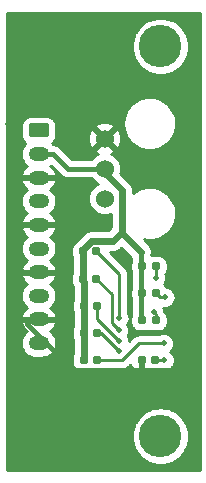
<source format=gbr>
%TF.GenerationSoftware,KiCad,Pcbnew,(6.0.1)*%
%TF.CreationDate,2022-07-02T19:51:59-07:00*%
%TF.ProjectId,mu100-dit,6d753130-302d-4646-9974-2e6b69636164,rev?*%
%TF.SameCoordinates,Original*%
%TF.FileFunction,Copper,L2,Bot*%
%TF.FilePolarity,Positive*%
%FSLAX46Y46*%
G04 Gerber Fmt 4.6, Leading zero omitted, Abs format (unit mm)*
G04 Created by KiCad (PCBNEW (6.0.1)) date 2022-07-02 19:51:59*
%MOMM*%
%LPD*%
G01*
G04 APERTURE LIST*
G04 Aperture macros list*
%AMRoundRect*
0 Rectangle with rounded corners*
0 $1 Rounding radius*
0 $2 $3 $4 $5 $6 $7 $8 $9 X,Y pos of 4 corners*
0 Add a 4 corners polygon primitive as box body*
4,1,4,$2,$3,$4,$5,$6,$7,$8,$9,$2,$3,0*
0 Add four circle primitives for the rounded corners*
1,1,$1+$1,$2,$3*
1,1,$1+$1,$4,$5*
1,1,$1+$1,$6,$7*
1,1,$1+$1,$8,$9*
0 Add four rect primitives between the rounded corners*
20,1,$1+$1,$2,$3,$4,$5,0*
20,1,$1+$1,$4,$5,$6,$7,0*
20,1,$1+$1,$6,$7,$8,$9,0*
20,1,$1+$1,$8,$9,$2,$3,0*%
G04 Aperture macros list end*
%TA.AperFunction,ComponentPad*%
%ADD10RoundRect,0.250000X-0.625000X0.350000X-0.625000X-0.350000X0.625000X-0.350000X0.625000X0.350000X0*%
%TD*%
%TA.AperFunction,ComponentPad*%
%ADD11O,1.750000X1.200000*%
%TD*%
%TA.AperFunction,ComponentPad*%
%ADD12C,3.600000*%
%TD*%
%TA.AperFunction,ComponentPad*%
%ADD13C,1.524000*%
%TD*%
%TA.AperFunction,SMDPad,CuDef*%
%ADD14RoundRect,0.155000X-0.212500X-0.155000X0.212500X-0.155000X0.212500X0.155000X-0.212500X0.155000X0*%
%TD*%
%TA.AperFunction,ViaPad*%
%ADD15C,0.800000*%
%TD*%
%TA.AperFunction,ViaPad*%
%ADD16C,0.500000*%
%TD*%
%TA.AperFunction,Conductor*%
%ADD17C,0.400000*%
%TD*%
%TA.AperFunction,Conductor*%
%ADD18C,0.250000*%
%TD*%
%TA.AperFunction,Conductor*%
%ADD19C,0.600000*%
%TD*%
%TA.AperFunction,Conductor*%
%ADD20C,0.254000*%
%TD*%
G04 APERTURE END LIST*
D10*
%TO.P,J1,1,Pin_1*%
%TO.N,unconnected-(J1-Pad1)*%
X46950000Y-96620000D03*
D11*
%TO.P,J1,2,Pin_2*%
%TO.N,+5V*%
X46950000Y-98620000D03*
%TO.P,J1,3,Pin_3*%
%TO.N,GND*%
X46950000Y-100620000D03*
%TO.P,J1,4,Pin_4*%
%TO.N,/MCLK*%
X46950000Y-102620000D03*
%TO.P,J1,5,Pin_5*%
%TO.N,GND*%
X46950000Y-104620000D03*
%TO.P,J1,6,Pin_6*%
%TO.N,/SDAT*%
X46950000Y-106620000D03*
%TO.P,J1,7,Pin_7*%
%TO.N,GND*%
X46950000Y-108620000D03*
%TO.P,J1,8,Pin_8*%
%TO.N,/BICK*%
X46950000Y-110620000D03*
%TO.P,J1,9,Pin_9*%
%TO.N,GND*%
X46950000Y-112620000D03*
%TO.P,J1,10,Pin_10*%
%TO.N,/LRCK*%
X46950000Y-114620000D03*
%TD*%
D12*
%TO.P,REF\u002A\u002A,1*%
%TO.N,N/C*%
X57270000Y-89500000D03*
%TD*%
D13*
%TO.P,U1,3,Input*%
%TO.N,/TXP*%
X52540000Y-102390000D03*
%TO.P,U1,2,VCC*%
%TO.N,+5V*%
X52540000Y-99850000D03*
%TO.P,U1,1,GND*%
%TO.N,GND*%
X52540000Y-97310000D03*
%TD*%
D12*
%TO.P,REF\u002A\u002A,1*%
%TO.N,N/C*%
X57270000Y-122500000D03*
%TD*%
D14*
%TO.P,JP3,1,1*%
%TO.N,+5V*%
X50792500Y-111480000D03*
%TO.P,JP3,2,2*%
%TO.N,/FS2*%
X51927500Y-111480000D03*
%TD*%
%TO.P,JP9,1,1*%
%TO.N,+5V*%
X50762500Y-116070000D03*
%TO.P,JP9,2,2*%
%TO.N,/CKS1*%
X51897500Y-116070000D03*
%TD*%
%TO.P,JP2,1,1*%
%TO.N,+5V*%
X50682500Y-109185000D03*
%TO.P,JP2,2,2*%
%TO.N,/FS1*%
X51817500Y-109185000D03*
%TD*%
%TO.P,JP7,1,1*%
%TO.N,+5V*%
X55732500Y-108105000D03*
%TO.P,JP7,2,2*%
%TO.N,/DIF2*%
X56867500Y-108105000D03*
%TD*%
%TO.P,JP1,1,1*%
%TO.N,+5V*%
X50712500Y-106860000D03*
%TO.P,JP1,2,2*%
%TO.N,/FS0*%
X51847500Y-106860000D03*
%TD*%
%TO.P,JP6,1,1*%
%TO.N,+5V*%
X55732500Y-110400000D03*
%TO.P,JP6,2,2*%
%TO.N,/DIF1*%
X56867500Y-110400000D03*
%TD*%
%TO.P,JP8,1,1*%
%TO.N,GND*%
X55682500Y-116070000D03*
%TO.P,JP8,2,2*%
%TO.N,/CKS0*%
X56817500Y-116070000D03*
%TD*%
%TO.P,JP5,1,1*%
%TO.N,+5V*%
X55732500Y-112695000D03*
%TO.P,JP5,2,2*%
%TO.N,/DIF0*%
X56867500Y-112695000D03*
%TD*%
%TO.P,JP4,1,1*%
%TO.N,+5V*%
X50762500Y-113775000D03*
%TO.P,JP4,2,2*%
%TO.N,/FS3*%
X51897500Y-113775000D03*
%TD*%
D15*
%TO.N,GND*%
X44500000Y-96100000D03*
X57800000Y-105950000D03*
X49700000Y-100961532D03*
X50725000Y-98800000D03*
D16*
%TO.N,/FS0*%
X53759989Y-112538411D03*
%TO.N,/FS1*%
X53741990Y-113548813D03*
%TO.N,/FS2*%
X53730000Y-114420000D03*
%TO.N,/FS3*%
X53740000Y-115320000D03*
%TO.N,/DIF0*%
X56680000Y-111970000D03*
%TO.N,/DIF1*%
X57660000Y-110760000D03*
%TO.N,/DIF2*%
X56860000Y-109080000D03*
%TO.N,/CKS0*%
X57600000Y-116070000D03*
%TO.N,/CKS1*%
X57540000Y-114650000D03*
%TD*%
D17*
%TO.N,GND*%
X55582500Y-116070000D02*
X55682500Y-116170000D01*
D18*
X52710000Y-97310000D02*
X52540000Y-97310000D01*
D17*
X55682500Y-116170000D02*
X55682500Y-116800000D01*
X55582500Y-116900000D02*
X49900000Y-116900000D01*
X49900000Y-116900000D02*
X46000000Y-113000000D01*
X55582500Y-116900000D02*
X60450000Y-116900000D01*
X55682500Y-116800000D02*
X55582500Y-116900000D01*
D19*
%TO.N,+5V*%
X50767764Y-109428395D02*
X50767764Y-116064736D01*
X50712500Y-106701869D02*
X50712500Y-106860000D01*
X53210522Y-106000000D02*
X51414369Y-106000000D01*
D17*
X55632500Y-112395000D02*
X55582500Y-112345000D01*
D19*
X50712500Y-109373131D02*
X50767764Y-109428395D01*
X51414369Y-106000000D02*
X50712500Y-106701869D01*
X54000000Y-101700000D02*
X54000000Y-105307500D01*
D17*
X48170000Y-98620000D02*
X49400000Y-99850000D01*
D19*
X50767764Y-116064736D02*
X50762500Y-116070000D01*
D17*
X55582500Y-112345000D02*
X55582500Y-106890000D01*
D19*
X50762500Y-116070000D02*
X50762500Y-113775000D01*
X50712500Y-106860000D02*
X50712500Y-109373131D01*
X53801511Y-105409011D02*
X53210522Y-106000000D01*
D17*
X46950000Y-98620000D02*
X48170000Y-98620000D01*
X49400000Y-99850000D02*
X52540000Y-99850000D01*
D19*
X52540000Y-100240000D02*
X54000000Y-101700000D01*
X52540000Y-99850000D02*
X52540000Y-100240000D01*
X54000000Y-105307500D02*
X55582500Y-106890000D01*
D18*
%TO.N,/FS0*%
X53760000Y-108772500D02*
X51847500Y-106860000D01*
X53759989Y-112538411D02*
X53760000Y-112538400D01*
X53760000Y-112538400D02*
X53760000Y-108772500D01*
%TO.N,/FS1*%
X53135489Y-110502989D02*
X51817500Y-109185000D01*
X53135489Y-112942312D02*
X53135489Y-110502989D01*
X53741990Y-113548813D02*
X53135489Y-112942312D01*
%TO.N,/FS2*%
X51927500Y-112617500D02*
X53730000Y-114420000D01*
X51927500Y-111480000D02*
X51927500Y-112617500D01*
%TO.N,/FS3*%
X51897500Y-113775000D02*
X52195000Y-113775000D01*
X52195000Y-113775000D02*
X53740000Y-115320000D01*
%TO.N,/DIF0*%
X56680000Y-111970000D02*
X56867500Y-112157500D01*
X56867500Y-112157500D02*
X56867500Y-112695000D01*
%TO.N,/DIF1*%
X57227500Y-110760000D02*
X56867500Y-110400000D01*
X57660000Y-110760000D02*
X57227500Y-110760000D01*
%TO.N,/DIF2*%
X56860000Y-108112500D02*
X56867500Y-108105000D01*
X56860000Y-109080000D02*
X56860000Y-108112500D01*
%TO.N,/CKS0*%
X57600000Y-116070000D02*
X56817500Y-116070000D01*
%TO.N,/CKS1*%
X57540000Y-114650000D02*
X55450000Y-114650000D01*
X55450000Y-114650000D02*
X54030000Y-116070000D01*
X54030000Y-116070000D02*
X51897500Y-116070000D01*
%TD*%
%TO.N,GND*%
D20*
X60636000Y-125366000D02*
X44304000Y-125366000D01*
X44304000Y-122508241D01*
X54830817Y-122508241D01*
X54850609Y-122810207D01*
X54852760Y-122826547D01*
X54911797Y-123123347D01*
X54916063Y-123139267D01*
X55013335Y-123425821D01*
X55019642Y-123441048D01*
X55153485Y-123712454D01*
X55161726Y-123726728D01*
X55329849Y-123978343D01*
X55339882Y-123991419D01*
X55539410Y-124218936D01*
X55551064Y-124230590D01*
X55778581Y-124430118D01*
X55791657Y-124440151D01*
X56043271Y-124608274D01*
X56057545Y-124616515D01*
X56328952Y-124750358D01*
X56344179Y-124756665D01*
X56630733Y-124853937D01*
X56646653Y-124858203D01*
X56943453Y-124917240D01*
X56959793Y-124919391D01*
X57261759Y-124939183D01*
X57278241Y-124939183D01*
X57580207Y-124919391D01*
X57596547Y-124917240D01*
X57893347Y-124858203D01*
X57909267Y-124853937D01*
X58195821Y-124756665D01*
X58211048Y-124750358D01*
X58482455Y-124616515D01*
X58496729Y-124608274D01*
X58748343Y-124440151D01*
X58761419Y-124430118D01*
X58988936Y-124230590D01*
X59000590Y-124218936D01*
X59200118Y-123991419D01*
X59210151Y-123978343D01*
X59378274Y-123726728D01*
X59386515Y-123712454D01*
X59520358Y-123441048D01*
X59526665Y-123425821D01*
X59623937Y-123139267D01*
X59628203Y-123123347D01*
X59687240Y-122826547D01*
X59689391Y-122810207D01*
X59709183Y-122508241D01*
X59709183Y-122491759D01*
X59689391Y-122189793D01*
X59687240Y-122173453D01*
X59628203Y-121876653D01*
X59623937Y-121860733D01*
X59526665Y-121574179D01*
X59520358Y-121558952D01*
X59386515Y-121287546D01*
X59378274Y-121273272D01*
X59210151Y-121021657D01*
X59200118Y-121008581D01*
X59000590Y-120781064D01*
X58988936Y-120769410D01*
X58761419Y-120569882D01*
X58748343Y-120559849D01*
X58496729Y-120391726D01*
X58482455Y-120383485D01*
X58211048Y-120249642D01*
X58195821Y-120243335D01*
X57909267Y-120146063D01*
X57893347Y-120141797D01*
X57596547Y-120082760D01*
X57580207Y-120080609D01*
X57278241Y-120060817D01*
X57261759Y-120060817D01*
X56959793Y-120080609D01*
X56943453Y-120082760D01*
X56646653Y-120141797D01*
X56630733Y-120146063D01*
X56344179Y-120243335D01*
X56328952Y-120249642D01*
X56057546Y-120383485D01*
X56043272Y-120391726D01*
X55791657Y-120559849D01*
X55778581Y-120569882D01*
X55551064Y-120769410D01*
X55539410Y-120781064D01*
X55339882Y-121008581D01*
X55329849Y-121021657D01*
X55161726Y-121273272D01*
X55153485Y-121287546D01*
X55019642Y-121558952D01*
X55013335Y-121574179D01*
X54916063Y-121860733D01*
X54911797Y-121876653D01*
X54852760Y-122173453D01*
X54850609Y-122189793D01*
X54830817Y-122491759D01*
X54830817Y-122508241D01*
X44304000Y-122508241D01*
X44304000Y-114571430D01*
X45436922Y-114571430D01*
X45446702Y-114782725D01*
X45450074Y-114806420D01*
X45499632Y-115012055D01*
X45507424Y-115034685D01*
X45594973Y-115227238D01*
X45606904Y-115247987D01*
X45729284Y-115420511D01*
X45744923Y-115438629D01*
X45897719Y-115584899D01*
X45916502Y-115599733D01*
X46094200Y-115714472D01*
X46115450Y-115725486D01*
X46311639Y-115804552D01*
X46334587Y-115811350D01*
X46542187Y-115851892D01*
X46560183Y-115854078D01*
X46565745Y-115854350D01*
X46571899Y-115854500D01*
X47277846Y-115854500D01*
X47289813Y-115853930D01*
X47447533Y-115838882D01*
X47471035Y-115834357D01*
X47674003Y-115774813D01*
X47696226Y-115765924D01*
X47884272Y-115669074D01*
X47904413Y-115656144D01*
X48070753Y-115525482D01*
X48088085Y-115508976D01*
X48226717Y-115349217D01*
X48240616Y-115329732D01*
X48346537Y-115146641D01*
X48356501Y-115124879D01*
X48425889Y-114925062D01*
X48431557Y-114901809D01*
X48461909Y-114692476D01*
X48463078Y-114668570D01*
X48453298Y-114457275D01*
X48449926Y-114433580D01*
X48400368Y-114227945D01*
X48392576Y-114205315D01*
X48305027Y-114012762D01*
X48293096Y-113992013D01*
X48170716Y-113819489D01*
X48155077Y-113801371D01*
X48002281Y-113655101D01*
X47983498Y-113640267D01*
X47950742Y-113619116D01*
X48070407Y-113525118D01*
X48087739Y-113508613D01*
X48226308Y-113348927D01*
X48240207Y-113329441D01*
X48346080Y-113146432D01*
X48356044Y-113124670D01*
X48425401Y-112924943D01*
X48431070Y-112901685D01*
X48432463Y-112892075D01*
X48422440Y-112821790D01*
X48376009Y-112768081D01*
X48307766Y-112748000D01*
X45596483Y-112748000D01*
X45528362Y-112768002D01*
X45481869Y-112821658D01*
X45471765Y-112891932D01*
X45473990Y-112903521D01*
X45500107Y-113011891D01*
X45507899Y-113034521D01*
X45595408Y-113226988D01*
X45607339Y-113247737D01*
X45729664Y-113420183D01*
X45745303Y-113438301D01*
X45898030Y-113584505D01*
X45916813Y-113599339D01*
X45949230Y-113620270D01*
X45829247Y-113714518D01*
X45811915Y-113731024D01*
X45673283Y-113890783D01*
X45659384Y-113910268D01*
X45553463Y-114093359D01*
X45543499Y-114115121D01*
X45474111Y-114314938D01*
X45468443Y-114338191D01*
X45438091Y-114547524D01*
X45436922Y-114571430D01*
X44304000Y-114571430D01*
X44304000Y-110571430D01*
X45436922Y-110571430D01*
X45446702Y-110782725D01*
X45450074Y-110806420D01*
X45499632Y-111012055D01*
X45507424Y-111034685D01*
X45594973Y-111227238D01*
X45606904Y-111247987D01*
X45729284Y-111420511D01*
X45744923Y-111438629D01*
X45897719Y-111584899D01*
X45916502Y-111599733D01*
X45949258Y-111620884D01*
X45829593Y-111714882D01*
X45812261Y-111731387D01*
X45673692Y-111891073D01*
X45659793Y-111910559D01*
X45553920Y-112093568D01*
X45543956Y-112115330D01*
X45474599Y-112315057D01*
X45468930Y-112338315D01*
X45467537Y-112347925D01*
X45477560Y-112418210D01*
X45523991Y-112471919D01*
X45592234Y-112492000D01*
X48303517Y-112492000D01*
X48371638Y-112471998D01*
X48418131Y-112418342D01*
X48428235Y-112348068D01*
X48426010Y-112336479D01*
X48399893Y-112228109D01*
X48392101Y-112205479D01*
X48304592Y-112013012D01*
X48292661Y-111992263D01*
X48170336Y-111819817D01*
X48154697Y-111801699D01*
X48001970Y-111655495D01*
X47983187Y-111640661D01*
X47950770Y-111619730D01*
X48070753Y-111525482D01*
X48088085Y-111508976D01*
X48226717Y-111349217D01*
X48240616Y-111329732D01*
X48346537Y-111146641D01*
X48356501Y-111124879D01*
X48425889Y-110925062D01*
X48431557Y-110901809D01*
X48461909Y-110692476D01*
X48463078Y-110668570D01*
X48453298Y-110457275D01*
X48449926Y-110433580D01*
X48400368Y-110227945D01*
X48392576Y-110205315D01*
X48305027Y-110012762D01*
X48293096Y-109992013D01*
X48170716Y-109819489D01*
X48155077Y-109801371D01*
X48002281Y-109655101D01*
X47983498Y-109640267D01*
X47950742Y-109619116D01*
X48070407Y-109525118D01*
X48087739Y-109508613D01*
X48226308Y-109348927D01*
X48240207Y-109329441D01*
X48346080Y-109146432D01*
X48356044Y-109124670D01*
X48425401Y-108924943D01*
X48431070Y-108901685D01*
X48432463Y-108892075D01*
X48422440Y-108821790D01*
X48376009Y-108768081D01*
X48307766Y-108748000D01*
X45596483Y-108748000D01*
X45528362Y-108768002D01*
X45481869Y-108821658D01*
X45471765Y-108891932D01*
X45473990Y-108903521D01*
X45500107Y-109011891D01*
X45507899Y-109034521D01*
X45595408Y-109226988D01*
X45607339Y-109247737D01*
X45729664Y-109420183D01*
X45745303Y-109438301D01*
X45898030Y-109584505D01*
X45916813Y-109599339D01*
X45949230Y-109620270D01*
X45829247Y-109714518D01*
X45811915Y-109731024D01*
X45673283Y-109890783D01*
X45659384Y-109910268D01*
X45553463Y-110093359D01*
X45543499Y-110115121D01*
X45474111Y-110314938D01*
X45468443Y-110338191D01*
X45438091Y-110547524D01*
X45436922Y-110571430D01*
X44304000Y-110571430D01*
X44304000Y-106571430D01*
X45436922Y-106571430D01*
X45446702Y-106782725D01*
X45450074Y-106806420D01*
X45499632Y-107012055D01*
X45507424Y-107034685D01*
X45594973Y-107227238D01*
X45606904Y-107247987D01*
X45729284Y-107420511D01*
X45744923Y-107438629D01*
X45897719Y-107584899D01*
X45916502Y-107599733D01*
X45949258Y-107620884D01*
X45829593Y-107714882D01*
X45812261Y-107731387D01*
X45673692Y-107891073D01*
X45659793Y-107910559D01*
X45553920Y-108093568D01*
X45543956Y-108115330D01*
X45474599Y-108315057D01*
X45468930Y-108338315D01*
X45467537Y-108347925D01*
X45477560Y-108418210D01*
X45523991Y-108471919D01*
X45592234Y-108492000D01*
X48303517Y-108492000D01*
X48371638Y-108471998D01*
X48418131Y-108418342D01*
X48428235Y-108348068D01*
X48426010Y-108336479D01*
X48399893Y-108228109D01*
X48392101Y-108205479D01*
X48304592Y-108013012D01*
X48292661Y-107992263D01*
X48170336Y-107819817D01*
X48154697Y-107801699D01*
X48001970Y-107655495D01*
X47983187Y-107640661D01*
X47950770Y-107619730D01*
X48070753Y-107525482D01*
X48088085Y-107508976D01*
X48226717Y-107349217D01*
X48240616Y-107329732D01*
X48346537Y-107146641D01*
X48356501Y-107124879D01*
X48425889Y-106925062D01*
X48431557Y-106901809D01*
X48461909Y-106692476D01*
X48463078Y-106668570D01*
X48453298Y-106457275D01*
X48449926Y-106433580D01*
X48400368Y-106227945D01*
X48392576Y-106205315D01*
X48305027Y-106012762D01*
X48293096Y-105992013D01*
X48170716Y-105819489D01*
X48155077Y-105801371D01*
X48002281Y-105655101D01*
X47983498Y-105640267D01*
X47950742Y-105619116D01*
X48070407Y-105525118D01*
X48087739Y-105508613D01*
X48226308Y-105348927D01*
X48240207Y-105329441D01*
X48346080Y-105146432D01*
X48356044Y-105124670D01*
X48425401Y-104924943D01*
X48431070Y-104901685D01*
X48432463Y-104892075D01*
X48422440Y-104821790D01*
X48376009Y-104768081D01*
X48307766Y-104748000D01*
X45596483Y-104748000D01*
X45528362Y-104768002D01*
X45481869Y-104821658D01*
X45471765Y-104891932D01*
X45473990Y-104903521D01*
X45500107Y-105011891D01*
X45507899Y-105034521D01*
X45595408Y-105226988D01*
X45607339Y-105247737D01*
X45729664Y-105420183D01*
X45745303Y-105438301D01*
X45898030Y-105584505D01*
X45916813Y-105599339D01*
X45949230Y-105620270D01*
X45829247Y-105714518D01*
X45811915Y-105731024D01*
X45673283Y-105890783D01*
X45659384Y-105910268D01*
X45553463Y-106093359D01*
X45543499Y-106115121D01*
X45474111Y-106314938D01*
X45468443Y-106338191D01*
X45438091Y-106547524D01*
X45436922Y-106571430D01*
X44304000Y-106571430D01*
X44304000Y-102571430D01*
X45436922Y-102571430D01*
X45446702Y-102782725D01*
X45450074Y-102806420D01*
X45499632Y-103012055D01*
X45507424Y-103034685D01*
X45594973Y-103227238D01*
X45606904Y-103247987D01*
X45729284Y-103420511D01*
X45744923Y-103438629D01*
X45897719Y-103584899D01*
X45916502Y-103599733D01*
X45949258Y-103620884D01*
X45829593Y-103714882D01*
X45812261Y-103731387D01*
X45673692Y-103891073D01*
X45659793Y-103910559D01*
X45553920Y-104093568D01*
X45543956Y-104115330D01*
X45474599Y-104315057D01*
X45468930Y-104338315D01*
X45467537Y-104347925D01*
X45477560Y-104418210D01*
X45523991Y-104471919D01*
X45592234Y-104492000D01*
X48303517Y-104492000D01*
X48371638Y-104471998D01*
X48418131Y-104418342D01*
X48428235Y-104348068D01*
X48426010Y-104336479D01*
X48399893Y-104228109D01*
X48392101Y-104205479D01*
X48304592Y-104013012D01*
X48292661Y-103992263D01*
X48170336Y-103819817D01*
X48154697Y-103801699D01*
X48001970Y-103655495D01*
X47983187Y-103640661D01*
X47950770Y-103619730D01*
X48070753Y-103525482D01*
X48088085Y-103508976D01*
X48226717Y-103349217D01*
X48240616Y-103329732D01*
X48346537Y-103146641D01*
X48356501Y-103124879D01*
X48425889Y-102925062D01*
X48431557Y-102901809D01*
X48461909Y-102692476D01*
X48463078Y-102668570D01*
X48453298Y-102457275D01*
X48449926Y-102433580D01*
X48400368Y-102227945D01*
X48392576Y-102205315D01*
X48305027Y-102012762D01*
X48293096Y-101992013D01*
X48170716Y-101819489D01*
X48155077Y-101801371D01*
X48002281Y-101655101D01*
X47983498Y-101640267D01*
X47950742Y-101619116D01*
X48070407Y-101525118D01*
X48087739Y-101508613D01*
X48226308Y-101348927D01*
X48240207Y-101329441D01*
X48346080Y-101146432D01*
X48356044Y-101124670D01*
X48425401Y-100924943D01*
X48431070Y-100901685D01*
X48432463Y-100892075D01*
X48422440Y-100821790D01*
X48376009Y-100768081D01*
X48307766Y-100748000D01*
X45596483Y-100748000D01*
X45528362Y-100768002D01*
X45481869Y-100821658D01*
X45471765Y-100891932D01*
X45473990Y-100903521D01*
X45500107Y-101011891D01*
X45507899Y-101034521D01*
X45595408Y-101226988D01*
X45607339Y-101247737D01*
X45729664Y-101420183D01*
X45745303Y-101438301D01*
X45898030Y-101584505D01*
X45916813Y-101599339D01*
X45949230Y-101620270D01*
X45829247Y-101714518D01*
X45811915Y-101731024D01*
X45673283Y-101890783D01*
X45659384Y-101910268D01*
X45553463Y-102093359D01*
X45543499Y-102115121D01*
X45474111Y-102314938D01*
X45468443Y-102338191D01*
X45438091Y-102547524D01*
X45436922Y-102571430D01*
X44304000Y-102571430D01*
X44304000Y-98571430D01*
X45436922Y-98571430D01*
X45446702Y-98782725D01*
X45450074Y-98806420D01*
X45499632Y-99012055D01*
X45507424Y-99034685D01*
X45594973Y-99227238D01*
X45606904Y-99247987D01*
X45729284Y-99420511D01*
X45744923Y-99438629D01*
X45897719Y-99584899D01*
X45916502Y-99599733D01*
X45949258Y-99620884D01*
X45829593Y-99714882D01*
X45812261Y-99731387D01*
X45673692Y-99891073D01*
X45659793Y-99910559D01*
X45553920Y-100093568D01*
X45543956Y-100115330D01*
X45474599Y-100315057D01*
X45468930Y-100338315D01*
X45467537Y-100347925D01*
X45477560Y-100418210D01*
X45523991Y-100471919D01*
X45592234Y-100492000D01*
X48303517Y-100492000D01*
X48371638Y-100471998D01*
X48418131Y-100418342D01*
X48428235Y-100348068D01*
X48426010Y-100336479D01*
X48399893Y-100228109D01*
X48392101Y-100205479D01*
X48304592Y-100013012D01*
X48292661Y-99992263D01*
X48170336Y-99819817D01*
X48154697Y-99801699D01*
X48001970Y-99655495D01*
X47983187Y-99640661D01*
X47950770Y-99619730D01*
X47972500Y-99602660D01*
X48789455Y-100419615D01*
X48827490Y-100463215D01*
X48849989Y-100483472D01*
X48902247Y-100520199D01*
X48952534Y-100559630D01*
X48978430Y-100575313D01*
X48984679Y-100578135D01*
X48990290Y-100582078D01*
X49016969Y-100596383D01*
X49076499Y-100619593D01*
X49134723Y-100645882D01*
X49163608Y-100654935D01*
X49170353Y-100656185D01*
X49176742Y-100658676D01*
X49206063Y-100666204D01*
X49269408Y-100674543D01*
X49332225Y-100686186D01*
X49362440Y-100688087D01*
X49424651Y-100684500D01*
X51419512Y-100684500D01*
X51459810Y-100742052D01*
X51473928Y-100758876D01*
X51631124Y-100916072D01*
X51647948Y-100930190D01*
X51830052Y-101057701D01*
X51849073Y-101068683D01*
X51959123Y-101120000D01*
X51849074Y-101171317D01*
X51830053Y-101182299D01*
X51647948Y-101309810D01*
X51631124Y-101323928D01*
X51473928Y-101481124D01*
X51459810Y-101497948D01*
X51332299Y-101680053D01*
X51321317Y-101699074D01*
X51227365Y-101900554D01*
X51219853Y-101921193D01*
X51162315Y-102135926D01*
X51158501Y-102157556D01*
X51139126Y-102379019D01*
X51139126Y-102400981D01*
X51158501Y-102622444D01*
X51162315Y-102644074D01*
X51219853Y-102858807D01*
X51227365Y-102879446D01*
X51321317Y-103080926D01*
X51332299Y-103099947D01*
X51459810Y-103282052D01*
X51473928Y-103298876D01*
X51631124Y-103456072D01*
X51647948Y-103470190D01*
X51830052Y-103597701D01*
X51849073Y-103608683D01*
X52050554Y-103702635D01*
X52071193Y-103710147D01*
X52285926Y-103767685D01*
X52307556Y-103771499D01*
X52529019Y-103790874D01*
X52550981Y-103790874D01*
X52772444Y-103771499D01*
X52794074Y-103767685D01*
X53008807Y-103710147D01*
X53029446Y-103702635D01*
X53065500Y-103685823D01*
X53065500Y-104823440D01*
X52823440Y-105065500D01*
X51423629Y-105065500D01*
X51333467Y-105064556D01*
X51305521Y-105067395D01*
X51263156Y-105076555D01*
X51220068Y-105081388D01*
X51192677Y-105087611D01*
X51161001Y-105098642D01*
X51128231Y-105105727D01*
X51101610Y-105114686D01*
X51062318Y-105133008D01*
X51021380Y-105147264D01*
X50996048Y-105159401D01*
X50967617Y-105177166D01*
X50937217Y-105191342D01*
X50913241Y-105205977D01*
X50878984Y-105232549D01*
X50842223Y-105255520D01*
X50820210Y-105272967D01*
X50791407Y-105301569D01*
X50789804Y-105302983D01*
X50764125Y-105328662D01*
X50691503Y-105400779D01*
X50689431Y-105403356D01*
X50058248Y-106034539D01*
X50014455Y-106077424D01*
X49998495Y-106089939D01*
X49884939Y-106203495D01*
X49866258Y-106227319D01*
X49783067Y-106364684D01*
X49770609Y-106392276D01*
X49722585Y-106545520D01*
X49717348Y-106571670D01*
X49711029Y-106640439D01*
X49710500Y-106651968D01*
X49710500Y-107068032D01*
X49711029Y-107079561D01*
X49717348Y-107148330D01*
X49722585Y-107174480D01*
X49770609Y-107327724D01*
X49778000Y-107344094D01*
X49778000Y-108648515D01*
X49753067Y-108689684D01*
X49740609Y-108717276D01*
X49692585Y-108870520D01*
X49687348Y-108896670D01*
X49681029Y-108965439D01*
X49680500Y-108976968D01*
X49680500Y-109393032D01*
X49681029Y-109404561D01*
X49687348Y-109473330D01*
X49692585Y-109499480D01*
X49740609Y-109652724D01*
X49753067Y-109680316D01*
X49833264Y-109812737D01*
X49833264Y-111067623D01*
X49802585Y-111165520D01*
X49797348Y-111191670D01*
X49791029Y-111260439D01*
X49790500Y-111271968D01*
X49790500Y-111688032D01*
X49791029Y-111699561D01*
X49797348Y-111768330D01*
X49802585Y-111794480D01*
X49833264Y-111892377D01*
X49833264Y-113279359D01*
X49833067Y-113279684D01*
X49820609Y-113307276D01*
X49772585Y-113460520D01*
X49767348Y-113486670D01*
X49761029Y-113555439D01*
X49760500Y-113566968D01*
X49760500Y-113983032D01*
X49761029Y-113994561D01*
X49767348Y-114063330D01*
X49772585Y-114089480D01*
X49820609Y-114242724D01*
X49828000Y-114259094D01*
X49828000Y-115585906D01*
X49820609Y-115602276D01*
X49772585Y-115755520D01*
X49767348Y-115781670D01*
X49761029Y-115850439D01*
X49760500Y-115861968D01*
X49760500Y-116278032D01*
X49761029Y-116289561D01*
X49767348Y-116358330D01*
X49772585Y-116384480D01*
X49820609Y-116537724D01*
X49833067Y-116565316D01*
X49916258Y-116702681D01*
X49934939Y-116726505D01*
X50048495Y-116840061D01*
X50072319Y-116858742D01*
X50209684Y-116941933D01*
X50237276Y-116954391D01*
X50390520Y-117002415D01*
X50416670Y-117007652D01*
X50485439Y-117013971D01*
X50496968Y-117014500D01*
X51028032Y-117014500D01*
X51039561Y-117013971D01*
X51108330Y-117007652D01*
X51134480Y-117002415D01*
X51287724Y-116954391D01*
X51315316Y-116941933D01*
X51330000Y-116933040D01*
X51344684Y-116941933D01*
X51372276Y-116954391D01*
X51525520Y-117002415D01*
X51551670Y-117007652D01*
X51620439Y-117013971D01*
X51631968Y-117014500D01*
X52163032Y-117014500D01*
X52174561Y-117013971D01*
X52243330Y-117007652D01*
X52269480Y-117002415D01*
X52422724Y-116954391D01*
X52450316Y-116941933D01*
X52587681Y-116858742D01*
X52611505Y-116840061D01*
X52622066Y-116829500D01*
X53951233Y-116829500D01*
X53973868Y-116831640D01*
X54041945Y-116829500D01*
X54069856Y-116829500D01*
X54085646Y-116828507D01*
X54089657Y-116828000D01*
X54133848Y-116826611D01*
X54165041Y-116821670D01*
X54184492Y-116816019D01*
X54204590Y-116813480D01*
X54235181Y-116805626D01*
X54276295Y-116789348D01*
X54318745Y-116777015D01*
X54347733Y-116764471D01*
X54365169Y-116754159D01*
X54383999Y-116746704D01*
X54411677Y-116731489D01*
X54447447Y-116705501D01*
X54485502Y-116682995D01*
X54510457Y-116663637D01*
X54524778Y-116649316D01*
X54541168Y-116637408D01*
X54564192Y-116615788D01*
X54592383Y-116581711D01*
X54716135Y-116457959D01*
X54741067Y-116537517D01*
X54753525Y-116565110D01*
X54836654Y-116702372D01*
X54855335Y-116726195D01*
X54968805Y-116839665D01*
X54992628Y-116858346D01*
X55129890Y-116941475D01*
X55157483Y-116953933D01*
X55310611Y-117001920D01*
X55336760Y-117007157D01*
X55405472Y-117013471D01*
X55417002Y-117014000D01*
X55428500Y-117014000D01*
X55496621Y-116993998D01*
X55543114Y-116940342D01*
X55554500Y-116888000D01*
X55554500Y-115942000D01*
X55810500Y-115942000D01*
X55810500Y-116888000D01*
X55830502Y-116956121D01*
X55884158Y-117002614D01*
X55936500Y-117014000D01*
X55947998Y-117014000D01*
X55959528Y-117013471D01*
X56028240Y-117007157D01*
X56054389Y-117001920D01*
X56207517Y-116953933D01*
X56235109Y-116941475D01*
X56249518Y-116932748D01*
X56264684Y-116941933D01*
X56292276Y-116954391D01*
X56445520Y-117002415D01*
X56471670Y-117007652D01*
X56540439Y-117013971D01*
X56551968Y-117014500D01*
X57083032Y-117014500D01*
X57094561Y-117013971D01*
X57163330Y-117007652D01*
X57189480Y-117002415D01*
X57342724Y-116954391D01*
X57370317Y-116941933D01*
X57386090Y-116932381D01*
X57398677Y-116935519D01*
X57567351Y-116958025D01*
X57595435Y-116958613D01*
X57764903Y-116943190D01*
X57792419Y-116937542D01*
X57954258Y-116884957D01*
X57979840Y-116873353D01*
X58126008Y-116786219D01*
X58148382Y-116769236D01*
X58271613Y-116651885D01*
X58289669Y-116630366D01*
X58383839Y-116488629D01*
X58396679Y-116463646D01*
X58457107Y-116304569D01*
X58464093Y-116277360D01*
X58487775Y-116108848D01*
X58488989Y-116093075D01*
X58489287Y-116071762D01*
X58488514Y-116055955D01*
X58469546Y-115886847D01*
X58463322Y-115859455D01*
X58407359Y-115698752D01*
X58395222Y-115673419D01*
X58305046Y-115529109D01*
X58287598Y-115507095D01*
X58167692Y-115386348D01*
X58145800Y-115368747D01*
X58099049Y-115339078D01*
X58211613Y-115231885D01*
X58229669Y-115210366D01*
X58323839Y-115068629D01*
X58336679Y-115043646D01*
X58397107Y-114884569D01*
X58404093Y-114857360D01*
X58427775Y-114688848D01*
X58428989Y-114673075D01*
X58429287Y-114651762D01*
X58428514Y-114635955D01*
X58409546Y-114466847D01*
X58403322Y-114439455D01*
X58347359Y-114278752D01*
X58335222Y-114253419D01*
X58245046Y-114109109D01*
X58227598Y-114087095D01*
X58107692Y-113966348D01*
X58085800Y-113948747D01*
X57942122Y-113857566D01*
X57916875Y-113845252D01*
X57756567Y-113788169D01*
X57729218Y-113781754D01*
X57560247Y-113761606D01*
X57532159Y-113761410D01*
X57362923Y-113779197D01*
X57335488Y-113785229D01*
X57174398Y-113840068D01*
X57148981Y-113852029D01*
X57086448Y-113890500D01*
X55528767Y-113890500D01*
X55506132Y-113888360D01*
X55438055Y-113890500D01*
X55410144Y-113890500D01*
X55394354Y-113891493D01*
X55390343Y-113892000D01*
X55346151Y-113893389D01*
X55314959Y-113898330D01*
X55295509Y-113903980D01*
X55275409Y-113906520D01*
X55244820Y-113914374D01*
X55203715Y-113930648D01*
X55161253Y-113942985D01*
X55132268Y-113955528D01*
X55114832Y-113965839D01*
X55095999Y-113973296D01*
X55068323Y-113988512D01*
X55032566Y-114014490D01*
X54994498Y-114037004D01*
X54969542Y-114056363D01*
X54955218Y-114070687D01*
X54938832Y-114082592D01*
X54915808Y-114104213D01*
X54887627Y-114138278D01*
X54618581Y-114407324D01*
X54618514Y-114405955D01*
X54599546Y-114236847D01*
X54593322Y-114209455D01*
X54537359Y-114048752D01*
X54525222Y-114023418D01*
X54507491Y-113995043D01*
X54525829Y-113967443D01*
X54538669Y-113942459D01*
X54599097Y-113783382D01*
X54606083Y-113756173D01*
X54629765Y-113587661D01*
X54630979Y-113571888D01*
X54631277Y-113550575D01*
X54630504Y-113534768D01*
X54611536Y-113365660D01*
X54605312Y-113338268D01*
X54549349Y-113177565D01*
X54537212Y-113152232D01*
X54477564Y-113056776D01*
X54543828Y-112957040D01*
X54556668Y-112932057D01*
X54617096Y-112772980D01*
X54624082Y-112745771D01*
X54647764Y-112577259D01*
X54648978Y-112561486D01*
X54649276Y-112540173D01*
X54648503Y-112524366D01*
X54629535Y-112355258D01*
X54623311Y-112327866D01*
X54567348Y-112167163D01*
X54555211Y-112141829D01*
X54519500Y-112084680D01*
X54519500Y-108851263D01*
X54521639Y-108828633D01*
X54519500Y-108760575D01*
X54519500Y-108732644D01*
X54518506Y-108716846D01*
X54517999Y-108712836D01*
X54516611Y-108668653D01*
X54511670Y-108637459D01*
X54506020Y-108618009D01*
X54503480Y-108597909D01*
X54495625Y-108567318D01*
X54479350Y-108526214D01*
X54467015Y-108483754D01*
X54454471Y-108454766D01*
X54444159Y-108437330D01*
X54436704Y-108418500D01*
X54421488Y-108390822D01*
X54395507Y-108355063D01*
X54372996Y-108316998D01*
X54353637Y-108292042D01*
X54339313Y-108277718D01*
X54327408Y-108261332D01*
X54305787Y-108238308D01*
X54271722Y-108210127D01*
X52996095Y-106934500D01*
X53201308Y-106934500D01*
X53291423Y-106935444D01*
X53319370Y-106932605D01*
X53361735Y-106923445D01*
X53404823Y-106918612D01*
X53432214Y-106912389D01*
X53463890Y-106901358D01*
X53496660Y-106894273D01*
X53523281Y-106885314D01*
X53562568Y-106866994D01*
X53603512Y-106852736D01*
X53628843Y-106840600D01*
X53657285Y-106822828D01*
X53687674Y-106808657D01*
X53711651Y-106794021D01*
X53745902Y-106767453D01*
X53782666Y-106744481D01*
X53804681Y-106727033D01*
X53833484Y-106698431D01*
X53835087Y-106697017D01*
X53860761Y-106671343D01*
X53933388Y-106599221D01*
X53935456Y-106596648D01*
X53951511Y-106580593D01*
X54748000Y-107377082D01*
X54748000Y-107773240D01*
X54742585Y-107790519D01*
X54737348Y-107816670D01*
X54731029Y-107885439D01*
X54730500Y-107896968D01*
X54730500Y-108313032D01*
X54731029Y-108324561D01*
X54737348Y-108393330D01*
X54742585Y-108419481D01*
X54748000Y-108436760D01*
X54748000Y-110068240D01*
X54742585Y-110085519D01*
X54737348Y-110111670D01*
X54731029Y-110180439D01*
X54730500Y-110191968D01*
X54730500Y-110608032D01*
X54731029Y-110619561D01*
X54737348Y-110688330D01*
X54742585Y-110714481D01*
X54748000Y-110731760D01*
X54748000Y-112316088D01*
X54744067Y-112373782D01*
X54744157Y-112375503D01*
X54742585Y-112380520D01*
X54737348Y-112406670D01*
X54731029Y-112475439D01*
X54730500Y-112486968D01*
X54730500Y-112903032D01*
X54731029Y-112914561D01*
X54737348Y-112983330D01*
X54742585Y-113009480D01*
X54790609Y-113162724D01*
X54803067Y-113190316D01*
X54886258Y-113327681D01*
X54904939Y-113351505D01*
X55018495Y-113465061D01*
X55042319Y-113483742D01*
X55179684Y-113566933D01*
X55207276Y-113579391D01*
X55360520Y-113627415D01*
X55386670Y-113632652D01*
X55455439Y-113638971D01*
X55466968Y-113639500D01*
X55998032Y-113639500D01*
X56009561Y-113638971D01*
X56078330Y-113632652D01*
X56104480Y-113627415D01*
X56257724Y-113579391D01*
X56285316Y-113566933D01*
X56300000Y-113558040D01*
X56314684Y-113566933D01*
X56342276Y-113579391D01*
X56495520Y-113627415D01*
X56521670Y-113632652D01*
X56590439Y-113638971D01*
X56601968Y-113639500D01*
X57133032Y-113639500D01*
X57144561Y-113638971D01*
X57213330Y-113632652D01*
X57239480Y-113627415D01*
X57392724Y-113579391D01*
X57420316Y-113566933D01*
X57557681Y-113483742D01*
X57581505Y-113465061D01*
X57695061Y-113351505D01*
X57713742Y-113327681D01*
X57796933Y-113190316D01*
X57809391Y-113162724D01*
X57857415Y-113009480D01*
X57862652Y-112983330D01*
X57868971Y-112914561D01*
X57869500Y-112903032D01*
X57869500Y-112486968D01*
X57868971Y-112475439D01*
X57862652Y-112406670D01*
X57857415Y-112380520D01*
X57809391Y-112227276D01*
X57796933Y-112199684D01*
X57713742Y-112062319D01*
X57695061Y-112038495D01*
X57599351Y-111942785D01*
X57586848Y-111911205D01*
X57574515Y-111868755D01*
X57561971Y-111839767D01*
X57553963Y-111826227D01*
X57549546Y-111786846D01*
X57543322Y-111759455D01*
X57498532Y-111630837D01*
X57627351Y-111648025D01*
X57655435Y-111648613D01*
X57824903Y-111633190D01*
X57852419Y-111627542D01*
X58014258Y-111574957D01*
X58039840Y-111563353D01*
X58186008Y-111476219D01*
X58208382Y-111459236D01*
X58331613Y-111341885D01*
X58349669Y-111320366D01*
X58443839Y-111178629D01*
X58456679Y-111153646D01*
X58517107Y-110994569D01*
X58524093Y-110967360D01*
X58547775Y-110798848D01*
X58548989Y-110783075D01*
X58549287Y-110761762D01*
X58548514Y-110745955D01*
X58529546Y-110576847D01*
X58523322Y-110549455D01*
X58467359Y-110388752D01*
X58455222Y-110363419D01*
X58365046Y-110219109D01*
X58347598Y-110197095D01*
X58227692Y-110076348D01*
X58205800Y-110058747D01*
X58062122Y-109967566D01*
X58036875Y-109955252D01*
X57876567Y-109898169D01*
X57849219Y-109891754D01*
X57784423Y-109884028D01*
X57713742Y-109767319D01*
X57695061Y-109743495D01*
X57581505Y-109629939D01*
X57565128Y-109617098D01*
X57643839Y-109498629D01*
X57656679Y-109473646D01*
X57717107Y-109314569D01*
X57724093Y-109287360D01*
X57747775Y-109118848D01*
X57748989Y-109103075D01*
X57749287Y-109081762D01*
X57748514Y-109065955D01*
X57729546Y-108896847D01*
X57723322Y-108869455D01*
X57688140Y-108768426D01*
X57695061Y-108761505D01*
X57713742Y-108737681D01*
X57796933Y-108600316D01*
X57809391Y-108572724D01*
X57857415Y-108419480D01*
X57862652Y-108393330D01*
X57868971Y-108324561D01*
X57869500Y-108313032D01*
X57869500Y-107896968D01*
X57868971Y-107885439D01*
X57862652Y-107816670D01*
X57857415Y-107790520D01*
X57809391Y-107637276D01*
X57796933Y-107609684D01*
X57713742Y-107472319D01*
X57695061Y-107448495D01*
X57581505Y-107334939D01*
X57557681Y-107316258D01*
X57420316Y-107233067D01*
X57392724Y-107220609D01*
X57239480Y-107172585D01*
X57213330Y-107167348D01*
X57144561Y-107161029D01*
X57133032Y-107160500D01*
X56601968Y-107160500D01*
X56590439Y-107161029D01*
X56521670Y-107167348D01*
X56495520Y-107172585D01*
X56474294Y-107179237D01*
X56512621Y-107018355D01*
X56516044Y-106990475D01*
X56517944Y-106809099D01*
X56515105Y-106781152D01*
X56476773Y-106603863D01*
X56467814Y-106577240D01*
X56391157Y-106412848D01*
X56376522Y-106388872D01*
X56289982Y-106277304D01*
X56279517Y-106265435D01*
X55852680Y-105838598D01*
X56014422Y-105873863D01*
X56031378Y-105876367D01*
X56256853Y-105894112D01*
X56266739Y-105894500D01*
X56422271Y-105894500D01*
X56430841Y-105894208D01*
X56645395Y-105879581D01*
X56662376Y-105877255D01*
X56943893Y-105818956D01*
X56960402Y-105814347D01*
X57231403Y-105718380D01*
X57247133Y-105711573D01*
X57502602Y-105579716D01*
X57517263Y-105570837D01*
X57752474Y-105405528D01*
X57765794Y-105394741D01*
X57976393Y-105199040D01*
X57988126Y-105186546D01*
X58170217Y-104964074D01*
X58180146Y-104950103D01*
X58330360Y-104704977D01*
X58338300Y-104689787D01*
X58453856Y-104426543D01*
X58459662Y-104410417D01*
X58538423Y-104133925D01*
X58541987Y-104117159D01*
X58582494Y-103832537D01*
X58583749Y-103815444D01*
X58585255Y-103527957D01*
X58584179Y-103510851D01*
X58546654Y-103225820D01*
X58543266Y-103209018D01*
X58467405Y-102931716D01*
X58461768Y-102915529D01*
X58348974Y-102651089D01*
X58341193Y-102635818D01*
X58193555Y-102389133D01*
X58183773Y-102375058D01*
X58004021Y-102150691D01*
X57992420Y-102138075D01*
X57783882Y-101940180D01*
X57770675Y-101929255D01*
X57537209Y-101761492D01*
X57522642Y-101752460D01*
X57268567Y-101617934D01*
X57252909Y-101610962D01*
X56982928Y-101512163D01*
X56966469Y-101507381D01*
X56685578Y-101446137D01*
X56668622Y-101443633D01*
X56443147Y-101425888D01*
X56433261Y-101425500D01*
X56277729Y-101425500D01*
X56269159Y-101425792D01*
X56054605Y-101440419D01*
X56037624Y-101442745D01*
X55756107Y-101501044D01*
X55739598Y-101505653D01*
X55468597Y-101601620D01*
X55452867Y-101608427D01*
X55197398Y-101740284D01*
X55182737Y-101749163D01*
X54947526Y-101914472D01*
X54934500Y-101925021D01*
X54934500Y-101709214D01*
X54935444Y-101619099D01*
X54932605Y-101591152D01*
X54923445Y-101548787D01*
X54918612Y-101505699D01*
X54912389Y-101478308D01*
X54901358Y-101446632D01*
X54894273Y-101413862D01*
X54885314Y-101387241D01*
X54866994Y-101347954D01*
X54852736Y-101307010D01*
X54840600Y-101281679D01*
X54822828Y-101253237D01*
X54808657Y-101222848D01*
X54794021Y-101198871D01*
X54767453Y-101164620D01*
X54744481Y-101127856D01*
X54727033Y-101105841D01*
X54698431Y-101077038D01*
X54697017Y-101075435D01*
X54671338Y-101049756D01*
X54599221Y-100977134D01*
X54596644Y-100975062D01*
X53877104Y-100255522D01*
X53917685Y-100104074D01*
X53921499Y-100082444D01*
X53940874Y-99860981D01*
X53940874Y-99839019D01*
X53921499Y-99617556D01*
X53917685Y-99595926D01*
X53860147Y-99381193D01*
X53852635Y-99360554D01*
X53758683Y-99159074D01*
X53747701Y-99140053D01*
X53620190Y-98957948D01*
X53606072Y-98941124D01*
X53448876Y-98783928D01*
X53432052Y-98769810D01*
X53249948Y-98642299D01*
X53230927Y-98631317D01*
X53120285Y-98579724D01*
X53230676Y-98528248D01*
X53249696Y-98517266D01*
X53312875Y-98473028D01*
X53357204Y-98417571D01*
X53364513Y-98346952D01*
X53329700Y-98280720D01*
X52629095Y-97580115D01*
X52566783Y-97546089D01*
X52495968Y-97551154D01*
X52450905Y-97580115D01*
X51750300Y-98280720D01*
X51716274Y-98343032D01*
X51721339Y-98413847D01*
X51767125Y-98473028D01*
X51830304Y-98517266D01*
X51849324Y-98528248D01*
X51959715Y-98579724D01*
X51849074Y-98631317D01*
X51830053Y-98642299D01*
X51647948Y-98769810D01*
X51631124Y-98783928D01*
X51473928Y-98941124D01*
X51459810Y-98957948D01*
X51419512Y-99015500D01*
X49745661Y-99015500D01*
X48780537Y-98050377D01*
X48742510Y-98006786D01*
X48720012Y-97986528D01*
X48667732Y-97949785D01*
X48617464Y-97910370D01*
X48591567Y-97894686D01*
X48585321Y-97891866D01*
X48579714Y-97887925D01*
X48553031Y-97873617D01*
X48493494Y-97850405D01*
X48435279Y-97824119D01*
X48406392Y-97815065D01*
X48399647Y-97813815D01*
X48393258Y-97811324D01*
X48363937Y-97803796D01*
X48300594Y-97795457D01*
X48237776Y-97783814D01*
X48207560Y-97781913D01*
X48145354Y-97785500D01*
X48138498Y-97785500D01*
X48059813Y-97710176D01*
X48115651Y-97675622D01*
X48138521Y-97657496D01*
X48263478Y-97532321D01*
X48281565Y-97509419D01*
X48374375Y-97358854D01*
X48386708Y-97332405D01*
X48390497Y-97320982D01*
X51139628Y-97320982D01*
X51158996Y-97542358D01*
X51162810Y-97563987D01*
X51220325Y-97778636D01*
X51227837Y-97799275D01*
X51321752Y-98000675D01*
X51332733Y-98019694D01*
X51376971Y-98082874D01*
X51432428Y-98127204D01*
X51503047Y-98134514D01*
X51569280Y-98099700D01*
X52269885Y-97399095D01*
X52303911Y-97336783D01*
X52300080Y-97283217D01*
X52776089Y-97283217D01*
X52781154Y-97354032D01*
X52810115Y-97399095D01*
X53510720Y-98099700D01*
X53573032Y-98133726D01*
X53643847Y-98128661D01*
X53703029Y-98082874D01*
X53747267Y-98019694D01*
X53758248Y-98000675D01*
X53852163Y-97799275D01*
X53859675Y-97778636D01*
X53917190Y-97563987D01*
X53921004Y-97542358D01*
X53940372Y-97320982D01*
X53940372Y-97299018D01*
X53921004Y-97077642D01*
X53917190Y-97056013D01*
X53859675Y-96841364D01*
X53852163Y-96820725D01*
X53758248Y-96619325D01*
X53747267Y-96600306D01*
X53703029Y-96537126D01*
X53647572Y-96492796D01*
X53576953Y-96485486D01*
X53510720Y-96520300D01*
X52810115Y-97220905D01*
X52776089Y-97283217D01*
X52300080Y-97283217D01*
X52298846Y-97265968D01*
X52269885Y-97220905D01*
X51569280Y-96520300D01*
X51506968Y-96486274D01*
X51436153Y-96491339D01*
X51376971Y-96537126D01*
X51332733Y-96600306D01*
X51321752Y-96619325D01*
X51227837Y-96820725D01*
X51220325Y-96841364D01*
X51162810Y-97056013D01*
X51158996Y-97077642D01*
X51139628Y-97299018D01*
X51139628Y-97320982D01*
X48390497Y-97320982D01*
X48442390Y-97164528D01*
X48448141Y-97137704D01*
X48458844Y-97033243D01*
X48459500Y-97020400D01*
X48459500Y-96273047D01*
X51715486Y-96273047D01*
X51750300Y-96339280D01*
X52450905Y-97039885D01*
X52513217Y-97073911D01*
X52584032Y-97068846D01*
X52629095Y-97039885D01*
X53329700Y-96339280D01*
X53363726Y-96276968D01*
X53358661Y-96206153D01*
X53332271Y-96172043D01*
X54114745Y-96172043D01*
X54115821Y-96189149D01*
X54153346Y-96474180D01*
X54156734Y-96490982D01*
X54232595Y-96768284D01*
X54238232Y-96784471D01*
X54351026Y-97048911D01*
X54358807Y-97064182D01*
X54506445Y-97310867D01*
X54516227Y-97324942D01*
X54695979Y-97549309D01*
X54707580Y-97561925D01*
X54916118Y-97759820D01*
X54929325Y-97770745D01*
X55162791Y-97938508D01*
X55177358Y-97947540D01*
X55431433Y-98082066D01*
X55447091Y-98089038D01*
X55717072Y-98187837D01*
X55733531Y-98192619D01*
X56014422Y-98253863D01*
X56031378Y-98256367D01*
X56256853Y-98274112D01*
X56266739Y-98274500D01*
X56422271Y-98274500D01*
X56430841Y-98274208D01*
X56645395Y-98259581D01*
X56662376Y-98257255D01*
X56943893Y-98198956D01*
X56960402Y-98194347D01*
X57231403Y-98098380D01*
X57247133Y-98091573D01*
X57502602Y-97959716D01*
X57517263Y-97950837D01*
X57752474Y-97785528D01*
X57765794Y-97774741D01*
X57976393Y-97579040D01*
X57988126Y-97566546D01*
X58170217Y-97344074D01*
X58180146Y-97330103D01*
X58330360Y-97084977D01*
X58338300Y-97069787D01*
X58453856Y-96806543D01*
X58459662Y-96790417D01*
X58538423Y-96513925D01*
X58541987Y-96497159D01*
X58582494Y-96212537D01*
X58583749Y-96195444D01*
X58585255Y-95907957D01*
X58584179Y-95890851D01*
X58546654Y-95605820D01*
X58543266Y-95589018D01*
X58467405Y-95311716D01*
X58461768Y-95295529D01*
X58348974Y-95031089D01*
X58341193Y-95015818D01*
X58193555Y-94769133D01*
X58183773Y-94755058D01*
X58004021Y-94530691D01*
X57992420Y-94518075D01*
X57783882Y-94320180D01*
X57770675Y-94309255D01*
X57537209Y-94141492D01*
X57522642Y-94132460D01*
X57268567Y-93997934D01*
X57252909Y-93990962D01*
X56982928Y-93892163D01*
X56966469Y-93887381D01*
X56685578Y-93826137D01*
X56668622Y-93823633D01*
X56443147Y-93805888D01*
X56433261Y-93805500D01*
X56277729Y-93805500D01*
X56269159Y-93805792D01*
X56054605Y-93820419D01*
X56037624Y-93822745D01*
X55756107Y-93881044D01*
X55739598Y-93885653D01*
X55468597Y-93981620D01*
X55452867Y-93988427D01*
X55197398Y-94120284D01*
X55182737Y-94129163D01*
X54947526Y-94294472D01*
X54934206Y-94305259D01*
X54723607Y-94500960D01*
X54711874Y-94513454D01*
X54529783Y-94735926D01*
X54519854Y-94749897D01*
X54369640Y-94995023D01*
X54361700Y-95010213D01*
X54246144Y-95273457D01*
X54240338Y-95289583D01*
X54161577Y-95566075D01*
X54158013Y-95582841D01*
X54117506Y-95867463D01*
X54116251Y-95884556D01*
X54114745Y-96172043D01*
X53332271Y-96172043D01*
X53312875Y-96146972D01*
X53249696Y-96102734D01*
X53230676Y-96091752D01*
X53029275Y-95997837D01*
X53008636Y-95990325D01*
X52793987Y-95932810D01*
X52772358Y-95928996D01*
X52550982Y-95909628D01*
X52529018Y-95909628D01*
X52307642Y-95928996D01*
X52286013Y-95932810D01*
X52071364Y-95990325D01*
X52050725Y-95997837D01*
X51849325Y-96091752D01*
X51830306Y-96102733D01*
X51767126Y-96146971D01*
X51722796Y-96202428D01*
X51715486Y-96273047D01*
X48459500Y-96273047D01*
X48459500Y-96219600D01*
X48458827Y-96206596D01*
X48447853Y-96100830D01*
X48442050Y-96073958D01*
X48386074Y-95906178D01*
X48373694Y-95879751D01*
X48280622Y-95729349D01*
X48262496Y-95706479D01*
X48137321Y-95581522D01*
X48114419Y-95563435D01*
X47963854Y-95470625D01*
X47937405Y-95458292D01*
X47769528Y-95402610D01*
X47742704Y-95396859D01*
X47638243Y-95386156D01*
X47625400Y-95385500D01*
X46274600Y-95385500D01*
X46261596Y-95386173D01*
X46155830Y-95397147D01*
X46128958Y-95402950D01*
X45961178Y-95458926D01*
X45934751Y-95471306D01*
X45784349Y-95564378D01*
X45761479Y-95582504D01*
X45636522Y-95707679D01*
X45618435Y-95730581D01*
X45525625Y-95881146D01*
X45513292Y-95907595D01*
X45457610Y-96075472D01*
X45451859Y-96102296D01*
X45441156Y-96206757D01*
X45440500Y-96219600D01*
X45440500Y-97020400D01*
X45441173Y-97033404D01*
X45452147Y-97139170D01*
X45457950Y-97166042D01*
X45513926Y-97333822D01*
X45526306Y-97360249D01*
X45619378Y-97510651D01*
X45637504Y-97533521D01*
X45762679Y-97658478D01*
X45785581Y-97676565D01*
X45837120Y-97708334D01*
X45829247Y-97714518D01*
X45811915Y-97731024D01*
X45673283Y-97890783D01*
X45659384Y-97910268D01*
X45553463Y-98093359D01*
X45543499Y-98115121D01*
X45474111Y-98314938D01*
X45468443Y-98338191D01*
X45438091Y-98547524D01*
X45436922Y-98571430D01*
X44304000Y-98571430D01*
X44304000Y-89508241D01*
X54830817Y-89508241D01*
X54850609Y-89810207D01*
X54852760Y-89826547D01*
X54911797Y-90123347D01*
X54916063Y-90139267D01*
X55013335Y-90425821D01*
X55019642Y-90441048D01*
X55153485Y-90712454D01*
X55161726Y-90726728D01*
X55329849Y-90978343D01*
X55339882Y-90991419D01*
X55539410Y-91218936D01*
X55551064Y-91230590D01*
X55778581Y-91430118D01*
X55791657Y-91440151D01*
X56043271Y-91608274D01*
X56057545Y-91616515D01*
X56328952Y-91750358D01*
X56344179Y-91756665D01*
X56630733Y-91853937D01*
X56646653Y-91858203D01*
X56943453Y-91917240D01*
X56959793Y-91919391D01*
X57261759Y-91939183D01*
X57278241Y-91939183D01*
X57580207Y-91919391D01*
X57596547Y-91917240D01*
X57893347Y-91858203D01*
X57909267Y-91853937D01*
X58195821Y-91756665D01*
X58211048Y-91750358D01*
X58482455Y-91616515D01*
X58496729Y-91608274D01*
X58748343Y-91440151D01*
X58761419Y-91430118D01*
X58988936Y-91230590D01*
X59000590Y-91218936D01*
X59200118Y-90991419D01*
X59210151Y-90978343D01*
X59378274Y-90726728D01*
X59386515Y-90712454D01*
X59520358Y-90441048D01*
X59526665Y-90425821D01*
X59623937Y-90139267D01*
X59628203Y-90123347D01*
X59687240Y-89826547D01*
X59689391Y-89810207D01*
X59709183Y-89508241D01*
X59709183Y-89491759D01*
X59689391Y-89189793D01*
X59687240Y-89173453D01*
X59628203Y-88876653D01*
X59623937Y-88860733D01*
X59526665Y-88574179D01*
X59520358Y-88558952D01*
X59386515Y-88287546D01*
X59378274Y-88273272D01*
X59210151Y-88021657D01*
X59200118Y-88008581D01*
X59000590Y-87781064D01*
X58988936Y-87769410D01*
X58761419Y-87569882D01*
X58748343Y-87559849D01*
X58496729Y-87391726D01*
X58482455Y-87383485D01*
X58211048Y-87249642D01*
X58195821Y-87243335D01*
X57909267Y-87146063D01*
X57893347Y-87141797D01*
X57596547Y-87082760D01*
X57580207Y-87080609D01*
X57278241Y-87060817D01*
X57261759Y-87060817D01*
X56959793Y-87080609D01*
X56943453Y-87082760D01*
X56646653Y-87141797D01*
X56630733Y-87146063D01*
X56344179Y-87243335D01*
X56328952Y-87249642D01*
X56057546Y-87383485D01*
X56043272Y-87391726D01*
X55791657Y-87559849D01*
X55778581Y-87569882D01*
X55551064Y-87769410D01*
X55539410Y-87781064D01*
X55339882Y-88008581D01*
X55329849Y-88021657D01*
X55161726Y-88273272D01*
X55153485Y-88287546D01*
X55019642Y-88558952D01*
X55013335Y-88574179D01*
X54916063Y-88860733D01*
X54911797Y-88876653D01*
X54852760Y-89173453D01*
X54850609Y-89189793D01*
X54830817Y-89491759D01*
X54830817Y-89508241D01*
X44304000Y-89508241D01*
X44304000Y-86634000D01*
X60636000Y-86634000D01*
X60636000Y-125366000D02*
X60636000Y-86634000D01*
%TA.AperFunction,Conductor*%
G36*
X60636000Y-125366000D02*
G01*
X44304000Y-125366000D01*
X44304000Y-122508241D01*
X54830817Y-122508241D01*
X54850609Y-122810207D01*
X54852760Y-122826547D01*
X54911797Y-123123347D01*
X54916063Y-123139267D01*
X55013335Y-123425821D01*
X55019642Y-123441048D01*
X55153485Y-123712454D01*
X55161726Y-123726728D01*
X55329849Y-123978343D01*
X55339882Y-123991419D01*
X55539410Y-124218936D01*
X55551064Y-124230590D01*
X55778581Y-124430118D01*
X55791657Y-124440151D01*
X56043271Y-124608274D01*
X56057545Y-124616515D01*
X56328952Y-124750358D01*
X56344179Y-124756665D01*
X56630733Y-124853937D01*
X56646653Y-124858203D01*
X56943453Y-124917240D01*
X56959793Y-124919391D01*
X57261759Y-124939183D01*
X57278241Y-124939183D01*
X57580207Y-124919391D01*
X57596547Y-124917240D01*
X57893347Y-124858203D01*
X57909267Y-124853937D01*
X58195821Y-124756665D01*
X58211048Y-124750358D01*
X58482455Y-124616515D01*
X58496729Y-124608274D01*
X58748343Y-124440151D01*
X58761419Y-124430118D01*
X58988936Y-124230590D01*
X59000590Y-124218936D01*
X59200118Y-123991419D01*
X59210151Y-123978343D01*
X59378274Y-123726728D01*
X59386515Y-123712454D01*
X59520358Y-123441048D01*
X59526665Y-123425821D01*
X59623937Y-123139267D01*
X59628203Y-123123347D01*
X59687240Y-122826547D01*
X59689391Y-122810207D01*
X59709183Y-122508241D01*
X59709183Y-122491759D01*
X59689391Y-122189793D01*
X59687240Y-122173453D01*
X59628203Y-121876653D01*
X59623937Y-121860733D01*
X59526665Y-121574179D01*
X59520358Y-121558952D01*
X59386515Y-121287546D01*
X59378274Y-121273272D01*
X59210151Y-121021657D01*
X59200118Y-121008581D01*
X59000590Y-120781064D01*
X58988936Y-120769410D01*
X58761419Y-120569882D01*
X58748343Y-120559849D01*
X58496729Y-120391726D01*
X58482455Y-120383485D01*
X58211048Y-120249642D01*
X58195821Y-120243335D01*
X57909267Y-120146063D01*
X57893347Y-120141797D01*
X57596547Y-120082760D01*
X57580207Y-120080609D01*
X57278241Y-120060817D01*
X57261759Y-120060817D01*
X56959793Y-120080609D01*
X56943453Y-120082760D01*
X56646653Y-120141797D01*
X56630733Y-120146063D01*
X56344179Y-120243335D01*
X56328952Y-120249642D01*
X56057546Y-120383485D01*
X56043272Y-120391726D01*
X55791657Y-120559849D01*
X55778581Y-120569882D01*
X55551064Y-120769410D01*
X55539410Y-120781064D01*
X55339882Y-121008581D01*
X55329849Y-121021657D01*
X55161726Y-121273272D01*
X55153485Y-121287546D01*
X55019642Y-121558952D01*
X55013335Y-121574179D01*
X54916063Y-121860733D01*
X54911797Y-121876653D01*
X54852760Y-122173453D01*
X54850609Y-122189793D01*
X54830817Y-122491759D01*
X54830817Y-122508241D01*
X44304000Y-122508241D01*
X44304000Y-114571430D01*
X45436922Y-114571430D01*
X45446702Y-114782725D01*
X45450074Y-114806420D01*
X45499632Y-115012055D01*
X45507424Y-115034685D01*
X45594973Y-115227238D01*
X45606904Y-115247987D01*
X45729284Y-115420511D01*
X45744923Y-115438629D01*
X45897719Y-115584899D01*
X45916502Y-115599733D01*
X46094200Y-115714472D01*
X46115450Y-115725486D01*
X46311639Y-115804552D01*
X46334587Y-115811350D01*
X46542187Y-115851892D01*
X46560183Y-115854078D01*
X46565745Y-115854350D01*
X46571899Y-115854500D01*
X47277846Y-115854500D01*
X47289813Y-115853930D01*
X47447533Y-115838882D01*
X47471035Y-115834357D01*
X47674003Y-115774813D01*
X47696226Y-115765924D01*
X47884272Y-115669074D01*
X47904413Y-115656144D01*
X48070753Y-115525482D01*
X48088085Y-115508976D01*
X48226717Y-115349217D01*
X48240616Y-115329732D01*
X48346537Y-115146641D01*
X48356501Y-115124879D01*
X48425889Y-114925062D01*
X48431557Y-114901809D01*
X48461909Y-114692476D01*
X48463078Y-114668570D01*
X48453298Y-114457275D01*
X48449926Y-114433580D01*
X48400368Y-114227945D01*
X48392576Y-114205315D01*
X48305027Y-114012762D01*
X48293096Y-113992013D01*
X48170716Y-113819489D01*
X48155077Y-113801371D01*
X48002281Y-113655101D01*
X47983498Y-113640267D01*
X47950742Y-113619116D01*
X48070407Y-113525118D01*
X48087739Y-113508613D01*
X48226308Y-113348927D01*
X48240207Y-113329441D01*
X48346080Y-113146432D01*
X48356044Y-113124670D01*
X48425401Y-112924943D01*
X48431070Y-112901685D01*
X48432463Y-112892075D01*
X48422440Y-112821790D01*
X48376009Y-112768081D01*
X48307766Y-112748000D01*
X45596483Y-112748000D01*
X45528362Y-112768002D01*
X45481869Y-112821658D01*
X45471765Y-112891932D01*
X45473990Y-112903521D01*
X45500107Y-113011891D01*
X45507899Y-113034521D01*
X45595408Y-113226988D01*
X45607339Y-113247737D01*
X45729664Y-113420183D01*
X45745303Y-113438301D01*
X45898030Y-113584505D01*
X45916813Y-113599339D01*
X45949230Y-113620270D01*
X45829247Y-113714518D01*
X45811915Y-113731024D01*
X45673283Y-113890783D01*
X45659384Y-113910268D01*
X45553463Y-114093359D01*
X45543499Y-114115121D01*
X45474111Y-114314938D01*
X45468443Y-114338191D01*
X45438091Y-114547524D01*
X45436922Y-114571430D01*
X44304000Y-114571430D01*
X44304000Y-110571430D01*
X45436922Y-110571430D01*
X45446702Y-110782725D01*
X45450074Y-110806420D01*
X45499632Y-111012055D01*
X45507424Y-111034685D01*
X45594973Y-111227238D01*
X45606904Y-111247987D01*
X45729284Y-111420511D01*
X45744923Y-111438629D01*
X45897719Y-111584899D01*
X45916502Y-111599733D01*
X45949258Y-111620884D01*
X45829593Y-111714882D01*
X45812261Y-111731387D01*
X45673692Y-111891073D01*
X45659793Y-111910559D01*
X45553920Y-112093568D01*
X45543956Y-112115330D01*
X45474599Y-112315057D01*
X45468930Y-112338315D01*
X45467537Y-112347925D01*
X45477560Y-112418210D01*
X45523991Y-112471919D01*
X45592234Y-112492000D01*
X48303517Y-112492000D01*
X48371638Y-112471998D01*
X48418131Y-112418342D01*
X48428235Y-112348068D01*
X48426010Y-112336479D01*
X48399893Y-112228109D01*
X48392101Y-112205479D01*
X48304592Y-112013012D01*
X48292661Y-111992263D01*
X48170336Y-111819817D01*
X48154697Y-111801699D01*
X48001970Y-111655495D01*
X47983187Y-111640661D01*
X47950770Y-111619730D01*
X48070753Y-111525482D01*
X48088085Y-111508976D01*
X48226717Y-111349217D01*
X48240616Y-111329732D01*
X48346537Y-111146641D01*
X48356501Y-111124879D01*
X48425889Y-110925062D01*
X48431557Y-110901809D01*
X48461909Y-110692476D01*
X48463078Y-110668570D01*
X48453298Y-110457275D01*
X48449926Y-110433580D01*
X48400368Y-110227945D01*
X48392576Y-110205315D01*
X48305027Y-110012762D01*
X48293096Y-109992013D01*
X48170716Y-109819489D01*
X48155077Y-109801371D01*
X48002281Y-109655101D01*
X47983498Y-109640267D01*
X47950742Y-109619116D01*
X48070407Y-109525118D01*
X48087739Y-109508613D01*
X48226308Y-109348927D01*
X48240207Y-109329441D01*
X48346080Y-109146432D01*
X48356044Y-109124670D01*
X48425401Y-108924943D01*
X48431070Y-108901685D01*
X48432463Y-108892075D01*
X48422440Y-108821790D01*
X48376009Y-108768081D01*
X48307766Y-108748000D01*
X45596483Y-108748000D01*
X45528362Y-108768002D01*
X45481869Y-108821658D01*
X45471765Y-108891932D01*
X45473990Y-108903521D01*
X45500107Y-109011891D01*
X45507899Y-109034521D01*
X45595408Y-109226988D01*
X45607339Y-109247737D01*
X45729664Y-109420183D01*
X45745303Y-109438301D01*
X45898030Y-109584505D01*
X45916813Y-109599339D01*
X45949230Y-109620270D01*
X45829247Y-109714518D01*
X45811915Y-109731024D01*
X45673283Y-109890783D01*
X45659384Y-109910268D01*
X45553463Y-110093359D01*
X45543499Y-110115121D01*
X45474111Y-110314938D01*
X45468443Y-110338191D01*
X45438091Y-110547524D01*
X45436922Y-110571430D01*
X44304000Y-110571430D01*
X44304000Y-106571430D01*
X45436922Y-106571430D01*
X45446702Y-106782725D01*
X45450074Y-106806420D01*
X45499632Y-107012055D01*
X45507424Y-107034685D01*
X45594973Y-107227238D01*
X45606904Y-107247987D01*
X45729284Y-107420511D01*
X45744923Y-107438629D01*
X45897719Y-107584899D01*
X45916502Y-107599733D01*
X45949258Y-107620884D01*
X45829593Y-107714882D01*
X45812261Y-107731387D01*
X45673692Y-107891073D01*
X45659793Y-107910559D01*
X45553920Y-108093568D01*
X45543956Y-108115330D01*
X45474599Y-108315057D01*
X45468930Y-108338315D01*
X45467537Y-108347925D01*
X45477560Y-108418210D01*
X45523991Y-108471919D01*
X45592234Y-108492000D01*
X48303517Y-108492000D01*
X48371638Y-108471998D01*
X48418131Y-108418342D01*
X48428235Y-108348068D01*
X48426010Y-108336479D01*
X48399893Y-108228109D01*
X48392101Y-108205479D01*
X48304592Y-108013012D01*
X48292661Y-107992263D01*
X48170336Y-107819817D01*
X48154697Y-107801699D01*
X48001970Y-107655495D01*
X47983187Y-107640661D01*
X47950770Y-107619730D01*
X48070753Y-107525482D01*
X48088085Y-107508976D01*
X48226717Y-107349217D01*
X48240616Y-107329732D01*
X48346537Y-107146641D01*
X48356501Y-107124879D01*
X48425889Y-106925062D01*
X48431557Y-106901809D01*
X48461909Y-106692476D01*
X48463078Y-106668570D01*
X48453298Y-106457275D01*
X48449926Y-106433580D01*
X48400368Y-106227945D01*
X48392576Y-106205315D01*
X48305027Y-106012762D01*
X48293096Y-105992013D01*
X48170716Y-105819489D01*
X48155077Y-105801371D01*
X48002281Y-105655101D01*
X47983498Y-105640267D01*
X47950742Y-105619116D01*
X48070407Y-105525118D01*
X48087739Y-105508613D01*
X48226308Y-105348927D01*
X48240207Y-105329441D01*
X48346080Y-105146432D01*
X48356044Y-105124670D01*
X48425401Y-104924943D01*
X48431070Y-104901685D01*
X48432463Y-104892075D01*
X48422440Y-104821790D01*
X48376009Y-104768081D01*
X48307766Y-104748000D01*
X45596483Y-104748000D01*
X45528362Y-104768002D01*
X45481869Y-104821658D01*
X45471765Y-104891932D01*
X45473990Y-104903521D01*
X45500107Y-105011891D01*
X45507899Y-105034521D01*
X45595408Y-105226988D01*
X45607339Y-105247737D01*
X45729664Y-105420183D01*
X45745303Y-105438301D01*
X45898030Y-105584505D01*
X45916813Y-105599339D01*
X45949230Y-105620270D01*
X45829247Y-105714518D01*
X45811915Y-105731024D01*
X45673283Y-105890783D01*
X45659384Y-105910268D01*
X45553463Y-106093359D01*
X45543499Y-106115121D01*
X45474111Y-106314938D01*
X45468443Y-106338191D01*
X45438091Y-106547524D01*
X45436922Y-106571430D01*
X44304000Y-106571430D01*
X44304000Y-102571430D01*
X45436922Y-102571430D01*
X45446702Y-102782725D01*
X45450074Y-102806420D01*
X45499632Y-103012055D01*
X45507424Y-103034685D01*
X45594973Y-103227238D01*
X45606904Y-103247987D01*
X45729284Y-103420511D01*
X45744923Y-103438629D01*
X45897719Y-103584899D01*
X45916502Y-103599733D01*
X45949258Y-103620884D01*
X45829593Y-103714882D01*
X45812261Y-103731387D01*
X45673692Y-103891073D01*
X45659793Y-103910559D01*
X45553920Y-104093568D01*
X45543956Y-104115330D01*
X45474599Y-104315057D01*
X45468930Y-104338315D01*
X45467537Y-104347925D01*
X45477560Y-104418210D01*
X45523991Y-104471919D01*
X45592234Y-104492000D01*
X48303517Y-104492000D01*
X48371638Y-104471998D01*
X48418131Y-104418342D01*
X48428235Y-104348068D01*
X48426010Y-104336479D01*
X48399893Y-104228109D01*
X48392101Y-104205479D01*
X48304592Y-104013012D01*
X48292661Y-103992263D01*
X48170336Y-103819817D01*
X48154697Y-103801699D01*
X48001970Y-103655495D01*
X47983187Y-103640661D01*
X47950770Y-103619730D01*
X48070753Y-103525482D01*
X48088085Y-103508976D01*
X48226717Y-103349217D01*
X48240616Y-103329732D01*
X48346537Y-103146641D01*
X48356501Y-103124879D01*
X48425889Y-102925062D01*
X48431557Y-102901809D01*
X48461909Y-102692476D01*
X48463078Y-102668570D01*
X48453298Y-102457275D01*
X48449926Y-102433580D01*
X48400368Y-102227945D01*
X48392576Y-102205315D01*
X48305027Y-102012762D01*
X48293096Y-101992013D01*
X48170716Y-101819489D01*
X48155077Y-101801371D01*
X48002281Y-101655101D01*
X47983498Y-101640267D01*
X47950742Y-101619116D01*
X48070407Y-101525118D01*
X48087739Y-101508613D01*
X48226308Y-101348927D01*
X48240207Y-101329441D01*
X48346080Y-101146432D01*
X48356044Y-101124670D01*
X48425401Y-100924943D01*
X48431070Y-100901685D01*
X48432463Y-100892075D01*
X48422440Y-100821790D01*
X48376009Y-100768081D01*
X48307766Y-100748000D01*
X45596483Y-100748000D01*
X45528362Y-100768002D01*
X45481869Y-100821658D01*
X45471765Y-100891932D01*
X45473990Y-100903521D01*
X45500107Y-101011891D01*
X45507899Y-101034521D01*
X45595408Y-101226988D01*
X45607339Y-101247737D01*
X45729664Y-101420183D01*
X45745303Y-101438301D01*
X45898030Y-101584505D01*
X45916813Y-101599339D01*
X45949230Y-101620270D01*
X45829247Y-101714518D01*
X45811915Y-101731024D01*
X45673283Y-101890783D01*
X45659384Y-101910268D01*
X45553463Y-102093359D01*
X45543499Y-102115121D01*
X45474111Y-102314938D01*
X45468443Y-102338191D01*
X45438091Y-102547524D01*
X45436922Y-102571430D01*
X44304000Y-102571430D01*
X44304000Y-98571430D01*
X45436922Y-98571430D01*
X45446702Y-98782725D01*
X45450074Y-98806420D01*
X45499632Y-99012055D01*
X45507424Y-99034685D01*
X45594973Y-99227238D01*
X45606904Y-99247987D01*
X45729284Y-99420511D01*
X45744923Y-99438629D01*
X45897719Y-99584899D01*
X45916502Y-99599733D01*
X45949258Y-99620884D01*
X45829593Y-99714882D01*
X45812261Y-99731387D01*
X45673692Y-99891073D01*
X45659793Y-99910559D01*
X45553920Y-100093568D01*
X45543956Y-100115330D01*
X45474599Y-100315057D01*
X45468930Y-100338315D01*
X45467537Y-100347925D01*
X45477560Y-100418210D01*
X45523991Y-100471919D01*
X45592234Y-100492000D01*
X48303517Y-100492000D01*
X48371638Y-100471998D01*
X48418131Y-100418342D01*
X48428235Y-100348068D01*
X48426010Y-100336479D01*
X48399893Y-100228109D01*
X48392101Y-100205479D01*
X48304592Y-100013012D01*
X48292661Y-99992263D01*
X48170336Y-99819817D01*
X48154697Y-99801699D01*
X48001970Y-99655495D01*
X47983187Y-99640661D01*
X47950770Y-99619730D01*
X47972500Y-99602660D01*
X48789455Y-100419615D01*
X48827490Y-100463215D01*
X48849989Y-100483472D01*
X48902247Y-100520199D01*
X48952534Y-100559630D01*
X48978430Y-100575313D01*
X48984679Y-100578135D01*
X48990290Y-100582078D01*
X49016969Y-100596383D01*
X49076499Y-100619593D01*
X49134723Y-100645882D01*
X49163608Y-100654935D01*
X49170353Y-100656185D01*
X49176742Y-100658676D01*
X49206063Y-100666204D01*
X49269408Y-100674543D01*
X49332225Y-100686186D01*
X49362440Y-100688087D01*
X49424651Y-100684500D01*
X51419512Y-100684500D01*
X51459810Y-100742052D01*
X51473928Y-100758876D01*
X51631124Y-100916072D01*
X51647948Y-100930190D01*
X51830052Y-101057701D01*
X51849073Y-101068683D01*
X51959123Y-101120000D01*
X51849074Y-101171317D01*
X51830053Y-101182299D01*
X51647948Y-101309810D01*
X51631124Y-101323928D01*
X51473928Y-101481124D01*
X51459810Y-101497948D01*
X51332299Y-101680053D01*
X51321317Y-101699074D01*
X51227365Y-101900554D01*
X51219853Y-101921193D01*
X51162315Y-102135926D01*
X51158501Y-102157556D01*
X51139126Y-102379019D01*
X51139126Y-102400981D01*
X51158501Y-102622444D01*
X51162315Y-102644074D01*
X51219853Y-102858807D01*
X51227365Y-102879446D01*
X51321317Y-103080926D01*
X51332299Y-103099947D01*
X51459810Y-103282052D01*
X51473928Y-103298876D01*
X51631124Y-103456072D01*
X51647948Y-103470190D01*
X51830052Y-103597701D01*
X51849073Y-103608683D01*
X52050554Y-103702635D01*
X52071193Y-103710147D01*
X52285926Y-103767685D01*
X52307556Y-103771499D01*
X52529019Y-103790874D01*
X52550981Y-103790874D01*
X52772444Y-103771499D01*
X52794074Y-103767685D01*
X53008807Y-103710147D01*
X53029446Y-103702635D01*
X53065500Y-103685823D01*
X53065500Y-104823440D01*
X52823440Y-105065500D01*
X51423629Y-105065500D01*
X51333467Y-105064556D01*
X51305521Y-105067395D01*
X51263156Y-105076555D01*
X51220068Y-105081388D01*
X51192677Y-105087611D01*
X51161001Y-105098642D01*
X51128231Y-105105727D01*
X51101610Y-105114686D01*
X51062318Y-105133008D01*
X51021380Y-105147264D01*
X50996048Y-105159401D01*
X50967617Y-105177166D01*
X50937217Y-105191342D01*
X50913241Y-105205977D01*
X50878984Y-105232549D01*
X50842223Y-105255520D01*
X50820210Y-105272967D01*
X50791407Y-105301569D01*
X50789804Y-105302983D01*
X50764125Y-105328662D01*
X50691503Y-105400779D01*
X50689431Y-105403356D01*
X50058248Y-106034539D01*
X50014455Y-106077424D01*
X49998495Y-106089939D01*
X49884939Y-106203495D01*
X49866258Y-106227319D01*
X49783067Y-106364684D01*
X49770609Y-106392276D01*
X49722585Y-106545520D01*
X49717348Y-106571670D01*
X49711029Y-106640439D01*
X49710500Y-106651968D01*
X49710500Y-107068032D01*
X49711029Y-107079561D01*
X49717348Y-107148330D01*
X49722585Y-107174480D01*
X49770609Y-107327724D01*
X49778000Y-107344094D01*
X49778000Y-108648515D01*
X49753067Y-108689684D01*
X49740609Y-108717276D01*
X49692585Y-108870520D01*
X49687348Y-108896670D01*
X49681029Y-108965439D01*
X49680500Y-108976968D01*
X49680500Y-109393032D01*
X49681029Y-109404561D01*
X49687348Y-109473330D01*
X49692585Y-109499480D01*
X49740609Y-109652724D01*
X49753067Y-109680316D01*
X49833264Y-109812737D01*
X49833264Y-111067623D01*
X49802585Y-111165520D01*
X49797348Y-111191670D01*
X49791029Y-111260439D01*
X49790500Y-111271968D01*
X49790500Y-111688032D01*
X49791029Y-111699561D01*
X49797348Y-111768330D01*
X49802585Y-111794480D01*
X49833264Y-111892377D01*
X49833264Y-113279359D01*
X49833067Y-113279684D01*
X49820609Y-113307276D01*
X49772585Y-113460520D01*
X49767348Y-113486670D01*
X49761029Y-113555439D01*
X49760500Y-113566968D01*
X49760500Y-113983032D01*
X49761029Y-113994561D01*
X49767348Y-114063330D01*
X49772585Y-114089480D01*
X49820609Y-114242724D01*
X49828000Y-114259094D01*
X49828000Y-115585906D01*
X49820609Y-115602276D01*
X49772585Y-115755520D01*
X49767348Y-115781670D01*
X49761029Y-115850439D01*
X49760500Y-115861968D01*
X49760500Y-116278032D01*
X49761029Y-116289561D01*
X49767348Y-116358330D01*
X49772585Y-116384480D01*
X49820609Y-116537724D01*
X49833067Y-116565316D01*
X49916258Y-116702681D01*
X49934939Y-116726505D01*
X50048495Y-116840061D01*
X50072319Y-116858742D01*
X50209684Y-116941933D01*
X50237276Y-116954391D01*
X50390520Y-117002415D01*
X50416670Y-117007652D01*
X50485439Y-117013971D01*
X50496968Y-117014500D01*
X51028032Y-117014500D01*
X51039561Y-117013971D01*
X51108330Y-117007652D01*
X51134480Y-117002415D01*
X51287724Y-116954391D01*
X51315316Y-116941933D01*
X51330000Y-116933040D01*
X51344684Y-116941933D01*
X51372276Y-116954391D01*
X51525520Y-117002415D01*
X51551670Y-117007652D01*
X51620439Y-117013971D01*
X51631968Y-117014500D01*
X52163032Y-117014500D01*
X52174561Y-117013971D01*
X52243330Y-117007652D01*
X52269480Y-117002415D01*
X52422724Y-116954391D01*
X52450316Y-116941933D01*
X52587681Y-116858742D01*
X52611505Y-116840061D01*
X52622066Y-116829500D01*
X53951233Y-116829500D01*
X53973868Y-116831640D01*
X54041945Y-116829500D01*
X54069856Y-116829500D01*
X54085646Y-116828507D01*
X54089657Y-116828000D01*
X54133848Y-116826611D01*
X54165041Y-116821670D01*
X54184492Y-116816019D01*
X54204590Y-116813480D01*
X54235181Y-116805626D01*
X54276295Y-116789348D01*
X54318745Y-116777015D01*
X54347733Y-116764471D01*
X54365169Y-116754159D01*
X54383999Y-116746704D01*
X54411677Y-116731489D01*
X54447447Y-116705501D01*
X54485502Y-116682995D01*
X54510457Y-116663637D01*
X54524778Y-116649316D01*
X54541168Y-116637408D01*
X54564192Y-116615788D01*
X54592383Y-116581711D01*
X54716135Y-116457959D01*
X54741067Y-116537517D01*
X54753525Y-116565110D01*
X54836654Y-116702372D01*
X54855335Y-116726195D01*
X54968805Y-116839665D01*
X54992628Y-116858346D01*
X55129890Y-116941475D01*
X55157483Y-116953933D01*
X55310611Y-117001920D01*
X55336760Y-117007157D01*
X55405472Y-117013471D01*
X55417002Y-117014000D01*
X55428500Y-117014000D01*
X55496621Y-116993998D01*
X55543114Y-116940342D01*
X55554500Y-116888000D01*
X55554500Y-115942000D01*
X55810500Y-115942000D01*
X55810500Y-116888000D01*
X55830502Y-116956121D01*
X55884158Y-117002614D01*
X55936500Y-117014000D01*
X55947998Y-117014000D01*
X55959528Y-117013471D01*
X56028240Y-117007157D01*
X56054389Y-117001920D01*
X56207517Y-116953933D01*
X56235109Y-116941475D01*
X56249518Y-116932748D01*
X56264684Y-116941933D01*
X56292276Y-116954391D01*
X56445520Y-117002415D01*
X56471670Y-117007652D01*
X56540439Y-117013971D01*
X56551968Y-117014500D01*
X57083032Y-117014500D01*
X57094561Y-117013971D01*
X57163330Y-117007652D01*
X57189480Y-117002415D01*
X57342724Y-116954391D01*
X57370317Y-116941933D01*
X57386090Y-116932381D01*
X57398677Y-116935519D01*
X57567351Y-116958025D01*
X57595435Y-116958613D01*
X57764903Y-116943190D01*
X57792419Y-116937542D01*
X57954258Y-116884957D01*
X57979840Y-116873353D01*
X58126008Y-116786219D01*
X58148382Y-116769236D01*
X58271613Y-116651885D01*
X58289669Y-116630366D01*
X58383839Y-116488629D01*
X58396679Y-116463646D01*
X58457107Y-116304569D01*
X58464093Y-116277360D01*
X58487775Y-116108848D01*
X58488989Y-116093075D01*
X58489287Y-116071762D01*
X58488514Y-116055955D01*
X58469546Y-115886847D01*
X58463322Y-115859455D01*
X58407359Y-115698752D01*
X58395222Y-115673419D01*
X58305046Y-115529109D01*
X58287598Y-115507095D01*
X58167692Y-115386348D01*
X58145800Y-115368747D01*
X58099049Y-115339078D01*
X58211613Y-115231885D01*
X58229669Y-115210366D01*
X58323839Y-115068629D01*
X58336679Y-115043646D01*
X58397107Y-114884569D01*
X58404093Y-114857360D01*
X58427775Y-114688848D01*
X58428989Y-114673075D01*
X58429287Y-114651762D01*
X58428514Y-114635955D01*
X58409546Y-114466847D01*
X58403322Y-114439455D01*
X58347359Y-114278752D01*
X58335222Y-114253419D01*
X58245046Y-114109109D01*
X58227598Y-114087095D01*
X58107692Y-113966348D01*
X58085800Y-113948747D01*
X57942122Y-113857566D01*
X57916875Y-113845252D01*
X57756567Y-113788169D01*
X57729218Y-113781754D01*
X57560247Y-113761606D01*
X57532159Y-113761410D01*
X57362923Y-113779197D01*
X57335488Y-113785229D01*
X57174398Y-113840068D01*
X57148981Y-113852029D01*
X57086448Y-113890500D01*
X55528767Y-113890500D01*
X55506132Y-113888360D01*
X55438055Y-113890500D01*
X55410144Y-113890500D01*
X55394354Y-113891493D01*
X55390343Y-113892000D01*
X55346151Y-113893389D01*
X55314959Y-113898330D01*
X55295509Y-113903980D01*
X55275409Y-113906520D01*
X55244820Y-113914374D01*
X55203715Y-113930648D01*
X55161253Y-113942985D01*
X55132268Y-113955528D01*
X55114832Y-113965839D01*
X55095999Y-113973296D01*
X55068323Y-113988512D01*
X55032566Y-114014490D01*
X54994498Y-114037004D01*
X54969542Y-114056363D01*
X54955218Y-114070687D01*
X54938832Y-114082592D01*
X54915808Y-114104213D01*
X54887627Y-114138278D01*
X54618581Y-114407324D01*
X54618514Y-114405955D01*
X54599546Y-114236847D01*
X54593322Y-114209455D01*
X54537359Y-114048752D01*
X54525222Y-114023418D01*
X54507491Y-113995043D01*
X54525829Y-113967443D01*
X54538669Y-113942459D01*
X54599097Y-113783382D01*
X54606083Y-113756173D01*
X54629765Y-113587661D01*
X54630979Y-113571888D01*
X54631277Y-113550575D01*
X54630504Y-113534768D01*
X54611536Y-113365660D01*
X54605312Y-113338268D01*
X54549349Y-113177565D01*
X54537212Y-113152232D01*
X54477564Y-113056776D01*
X54543828Y-112957040D01*
X54556668Y-112932057D01*
X54617096Y-112772980D01*
X54624082Y-112745771D01*
X54647764Y-112577259D01*
X54648978Y-112561486D01*
X54649276Y-112540173D01*
X54648503Y-112524366D01*
X54629535Y-112355258D01*
X54623311Y-112327866D01*
X54567348Y-112167163D01*
X54555211Y-112141829D01*
X54519500Y-112084680D01*
X54519500Y-108851263D01*
X54521639Y-108828633D01*
X54519500Y-108760575D01*
X54519500Y-108732644D01*
X54518506Y-108716846D01*
X54517999Y-108712836D01*
X54516611Y-108668653D01*
X54511670Y-108637459D01*
X54506020Y-108618009D01*
X54503480Y-108597909D01*
X54495625Y-108567318D01*
X54479350Y-108526214D01*
X54467015Y-108483754D01*
X54454471Y-108454766D01*
X54444159Y-108437330D01*
X54436704Y-108418500D01*
X54421488Y-108390822D01*
X54395507Y-108355063D01*
X54372996Y-108316998D01*
X54353637Y-108292042D01*
X54339313Y-108277718D01*
X54327408Y-108261332D01*
X54305787Y-108238308D01*
X54271722Y-108210127D01*
X52996095Y-106934500D01*
X53201308Y-106934500D01*
X53291423Y-106935444D01*
X53319370Y-106932605D01*
X53361735Y-106923445D01*
X53404823Y-106918612D01*
X53432214Y-106912389D01*
X53463890Y-106901358D01*
X53496660Y-106894273D01*
X53523281Y-106885314D01*
X53562568Y-106866994D01*
X53603512Y-106852736D01*
X53628843Y-106840600D01*
X53657285Y-106822828D01*
X53687674Y-106808657D01*
X53711651Y-106794021D01*
X53745902Y-106767453D01*
X53782666Y-106744481D01*
X53804681Y-106727033D01*
X53833484Y-106698431D01*
X53835087Y-106697017D01*
X53860761Y-106671343D01*
X53933388Y-106599221D01*
X53935456Y-106596648D01*
X53951511Y-106580593D01*
X54748000Y-107377082D01*
X54748000Y-107773240D01*
X54742585Y-107790519D01*
X54737348Y-107816670D01*
X54731029Y-107885439D01*
X54730500Y-107896968D01*
X54730500Y-108313032D01*
X54731029Y-108324561D01*
X54737348Y-108393330D01*
X54742585Y-108419481D01*
X54748000Y-108436760D01*
X54748000Y-110068240D01*
X54742585Y-110085519D01*
X54737348Y-110111670D01*
X54731029Y-110180439D01*
X54730500Y-110191968D01*
X54730500Y-110608032D01*
X54731029Y-110619561D01*
X54737348Y-110688330D01*
X54742585Y-110714481D01*
X54748000Y-110731760D01*
X54748000Y-112316088D01*
X54744067Y-112373782D01*
X54744157Y-112375503D01*
X54742585Y-112380520D01*
X54737348Y-112406670D01*
X54731029Y-112475439D01*
X54730500Y-112486968D01*
X54730500Y-112903032D01*
X54731029Y-112914561D01*
X54737348Y-112983330D01*
X54742585Y-113009480D01*
X54790609Y-113162724D01*
X54803067Y-113190316D01*
X54886258Y-113327681D01*
X54904939Y-113351505D01*
X55018495Y-113465061D01*
X55042319Y-113483742D01*
X55179684Y-113566933D01*
X55207276Y-113579391D01*
X55360520Y-113627415D01*
X55386670Y-113632652D01*
X55455439Y-113638971D01*
X55466968Y-113639500D01*
X55998032Y-113639500D01*
X56009561Y-113638971D01*
X56078330Y-113632652D01*
X56104480Y-113627415D01*
X56257724Y-113579391D01*
X56285316Y-113566933D01*
X56300000Y-113558040D01*
X56314684Y-113566933D01*
X56342276Y-113579391D01*
X56495520Y-113627415D01*
X56521670Y-113632652D01*
X56590439Y-113638971D01*
X56601968Y-113639500D01*
X57133032Y-113639500D01*
X57144561Y-113638971D01*
X57213330Y-113632652D01*
X57239480Y-113627415D01*
X57392724Y-113579391D01*
X57420316Y-113566933D01*
X57557681Y-113483742D01*
X57581505Y-113465061D01*
X57695061Y-113351505D01*
X57713742Y-113327681D01*
X57796933Y-113190316D01*
X57809391Y-113162724D01*
X57857415Y-113009480D01*
X57862652Y-112983330D01*
X57868971Y-112914561D01*
X57869500Y-112903032D01*
X57869500Y-112486968D01*
X57868971Y-112475439D01*
X57862652Y-112406670D01*
X57857415Y-112380520D01*
X57809391Y-112227276D01*
X57796933Y-112199684D01*
X57713742Y-112062319D01*
X57695061Y-112038495D01*
X57599351Y-111942785D01*
X57586848Y-111911205D01*
X57574515Y-111868755D01*
X57561971Y-111839767D01*
X57553963Y-111826227D01*
X57549546Y-111786846D01*
X57543322Y-111759455D01*
X57498532Y-111630837D01*
X57627351Y-111648025D01*
X57655435Y-111648613D01*
X57824903Y-111633190D01*
X57852419Y-111627542D01*
X58014258Y-111574957D01*
X58039840Y-111563353D01*
X58186008Y-111476219D01*
X58208382Y-111459236D01*
X58331613Y-111341885D01*
X58349669Y-111320366D01*
X58443839Y-111178629D01*
X58456679Y-111153646D01*
X58517107Y-110994569D01*
X58524093Y-110967360D01*
X58547775Y-110798848D01*
X58548989Y-110783075D01*
X58549287Y-110761762D01*
X58548514Y-110745955D01*
X58529546Y-110576847D01*
X58523322Y-110549455D01*
X58467359Y-110388752D01*
X58455222Y-110363419D01*
X58365046Y-110219109D01*
X58347598Y-110197095D01*
X58227692Y-110076348D01*
X58205800Y-110058747D01*
X58062122Y-109967566D01*
X58036875Y-109955252D01*
X57876567Y-109898169D01*
X57849219Y-109891754D01*
X57784423Y-109884028D01*
X57713742Y-109767319D01*
X57695061Y-109743495D01*
X57581505Y-109629939D01*
X57565128Y-109617098D01*
X57643839Y-109498629D01*
X57656679Y-109473646D01*
X57717107Y-109314569D01*
X57724093Y-109287360D01*
X57747775Y-109118848D01*
X57748989Y-109103075D01*
X57749287Y-109081762D01*
X57748514Y-109065955D01*
X57729546Y-108896847D01*
X57723322Y-108869455D01*
X57688140Y-108768426D01*
X57695061Y-108761505D01*
X57713742Y-108737681D01*
X57796933Y-108600316D01*
X57809391Y-108572724D01*
X57857415Y-108419480D01*
X57862652Y-108393330D01*
X57868971Y-108324561D01*
X57869500Y-108313032D01*
X57869500Y-107896968D01*
X57868971Y-107885439D01*
X57862652Y-107816670D01*
X57857415Y-107790520D01*
X57809391Y-107637276D01*
X57796933Y-107609684D01*
X57713742Y-107472319D01*
X57695061Y-107448495D01*
X57581505Y-107334939D01*
X57557681Y-107316258D01*
X57420316Y-107233067D01*
X57392724Y-107220609D01*
X57239480Y-107172585D01*
X57213330Y-107167348D01*
X57144561Y-107161029D01*
X57133032Y-107160500D01*
X56601968Y-107160500D01*
X56590439Y-107161029D01*
X56521670Y-107167348D01*
X56495520Y-107172585D01*
X56474294Y-107179237D01*
X56512621Y-107018355D01*
X56516044Y-106990475D01*
X56517944Y-106809099D01*
X56515105Y-106781152D01*
X56476773Y-106603863D01*
X56467814Y-106577240D01*
X56391157Y-106412848D01*
X56376522Y-106388872D01*
X56289982Y-106277304D01*
X56279517Y-106265435D01*
X55852680Y-105838598D01*
X56014422Y-105873863D01*
X56031378Y-105876367D01*
X56256853Y-105894112D01*
X56266739Y-105894500D01*
X56422271Y-105894500D01*
X56430841Y-105894208D01*
X56645395Y-105879581D01*
X56662376Y-105877255D01*
X56943893Y-105818956D01*
X56960402Y-105814347D01*
X57231403Y-105718380D01*
X57247133Y-105711573D01*
X57502602Y-105579716D01*
X57517263Y-105570837D01*
X57752474Y-105405528D01*
X57765794Y-105394741D01*
X57976393Y-105199040D01*
X57988126Y-105186546D01*
X58170217Y-104964074D01*
X58180146Y-104950103D01*
X58330360Y-104704977D01*
X58338300Y-104689787D01*
X58453856Y-104426543D01*
X58459662Y-104410417D01*
X58538423Y-104133925D01*
X58541987Y-104117159D01*
X58582494Y-103832537D01*
X58583749Y-103815444D01*
X58585255Y-103527957D01*
X58584179Y-103510851D01*
X58546654Y-103225820D01*
X58543266Y-103209018D01*
X58467405Y-102931716D01*
X58461768Y-102915529D01*
X58348974Y-102651089D01*
X58341193Y-102635818D01*
X58193555Y-102389133D01*
X58183773Y-102375058D01*
X58004021Y-102150691D01*
X57992420Y-102138075D01*
X57783882Y-101940180D01*
X57770675Y-101929255D01*
X57537209Y-101761492D01*
X57522642Y-101752460D01*
X57268567Y-101617934D01*
X57252909Y-101610962D01*
X56982928Y-101512163D01*
X56966469Y-101507381D01*
X56685578Y-101446137D01*
X56668622Y-101443633D01*
X56443147Y-101425888D01*
X56433261Y-101425500D01*
X56277729Y-101425500D01*
X56269159Y-101425792D01*
X56054605Y-101440419D01*
X56037624Y-101442745D01*
X55756107Y-101501044D01*
X55739598Y-101505653D01*
X55468597Y-101601620D01*
X55452867Y-101608427D01*
X55197398Y-101740284D01*
X55182737Y-101749163D01*
X54947526Y-101914472D01*
X54934500Y-101925021D01*
X54934500Y-101709214D01*
X54935444Y-101619099D01*
X54932605Y-101591152D01*
X54923445Y-101548787D01*
X54918612Y-101505699D01*
X54912389Y-101478308D01*
X54901358Y-101446632D01*
X54894273Y-101413862D01*
X54885314Y-101387241D01*
X54866994Y-101347954D01*
X54852736Y-101307010D01*
X54840600Y-101281679D01*
X54822828Y-101253237D01*
X54808657Y-101222848D01*
X54794021Y-101198871D01*
X54767453Y-101164620D01*
X54744481Y-101127856D01*
X54727033Y-101105841D01*
X54698431Y-101077038D01*
X54697017Y-101075435D01*
X54671338Y-101049756D01*
X54599221Y-100977134D01*
X54596644Y-100975062D01*
X53877104Y-100255522D01*
X53917685Y-100104074D01*
X53921499Y-100082444D01*
X53940874Y-99860981D01*
X53940874Y-99839019D01*
X53921499Y-99617556D01*
X53917685Y-99595926D01*
X53860147Y-99381193D01*
X53852635Y-99360554D01*
X53758683Y-99159074D01*
X53747701Y-99140053D01*
X53620190Y-98957948D01*
X53606072Y-98941124D01*
X53448876Y-98783928D01*
X53432052Y-98769810D01*
X53249948Y-98642299D01*
X53230927Y-98631317D01*
X53120285Y-98579724D01*
X53230676Y-98528248D01*
X53249696Y-98517266D01*
X53312875Y-98473028D01*
X53357204Y-98417571D01*
X53364513Y-98346952D01*
X53329700Y-98280720D01*
X52629095Y-97580115D01*
X52566783Y-97546089D01*
X52495968Y-97551154D01*
X52450905Y-97580115D01*
X51750300Y-98280720D01*
X51716274Y-98343032D01*
X51721339Y-98413847D01*
X51767125Y-98473028D01*
X51830304Y-98517266D01*
X51849324Y-98528248D01*
X51959715Y-98579724D01*
X51849074Y-98631317D01*
X51830053Y-98642299D01*
X51647948Y-98769810D01*
X51631124Y-98783928D01*
X51473928Y-98941124D01*
X51459810Y-98957948D01*
X51419512Y-99015500D01*
X49745661Y-99015500D01*
X48780537Y-98050377D01*
X48742510Y-98006786D01*
X48720012Y-97986528D01*
X48667732Y-97949785D01*
X48617464Y-97910370D01*
X48591567Y-97894686D01*
X48585321Y-97891866D01*
X48579714Y-97887925D01*
X48553031Y-97873617D01*
X48493494Y-97850405D01*
X48435279Y-97824119D01*
X48406392Y-97815065D01*
X48399647Y-97813815D01*
X48393258Y-97811324D01*
X48363937Y-97803796D01*
X48300594Y-97795457D01*
X48237776Y-97783814D01*
X48207560Y-97781913D01*
X48145354Y-97785500D01*
X48138498Y-97785500D01*
X48059813Y-97710176D01*
X48115651Y-97675622D01*
X48138521Y-97657496D01*
X48263478Y-97532321D01*
X48281565Y-97509419D01*
X48374375Y-97358854D01*
X48386708Y-97332405D01*
X48390497Y-97320982D01*
X51139628Y-97320982D01*
X51158996Y-97542358D01*
X51162810Y-97563987D01*
X51220325Y-97778636D01*
X51227837Y-97799275D01*
X51321752Y-98000675D01*
X51332733Y-98019694D01*
X51376971Y-98082874D01*
X51432428Y-98127204D01*
X51503047Y-98134514D01*
X51569280Y-98099700D01*
X52269885Y-97399095D01*
X52303911Y-97336783D01*
X52300080Y-97283217D01*
X52776089Y-97283217D01*
X52781154Y-97354032D01*
X52810115Y-97399095D01*
X53510720Y-98099700D01*
X53573032Y-98133726D01*
X53643847Y-98128661D01*
X53703029Y-98082874D01*
X53747267Y-98019694D01*
X53758248Y-98000675D01*
X53852163Y-97799275D01*
X53859675Y-97778636D01*
X53917190Y-97563987D01*
X53921004Y-97542358D01*
X53940372Y-97320982D01*
X53940372Y-97299018D01*
X53921004Y-97077642D01*
X53917190Y-97056013D01*
X53859675Y-96841364D01*
X53852163Y-96820725D01*
X53758248Y-96619325D01*
X53747267Y-96600306D01*
X53703029Y-96537126D01*
X53647572Y-96492796D01*
X53576953Y-96485486D01*
X53510720Y-96520300D01*
X52810115Y-97220905D01*
X52776089Y-97283217D01*
X52300080Y-97283217D01*
X52298846Y-97265968D01*
X52269885Y-97220905D01*
X51569280Y-96520300D01*
X51506968Y-96486274D01*
X51436153Y-96491339D01*
X51376971Y-96537126D01*
X51332733Y-96600306D01*
X51321752Y-96619325D01*
X51227837Y-96820725D01*
X51220325Y-96841364D01*
X51162810Y-97056013D01*
X51158996Y-97077642D01*
X51139628Y-97299018D01*
X51139628Y-97320982D01*
X48390497Y-97320982D01*
X48442390Y-97164528D01*
X48448141Y-97137704D01*
X48458844Y-97033243D01*
X48459500Y-97020400D01*
X48459500Y-96273047D01*
X51715486Y-96273047D01*
X51750300Y-96339280D01*
X52450905Y-97039885D01*
X52513217Y-97073911D01*
X52584032Y-97068846D01*
X52629095Y-97039885D01*
X53329700Y-96339280D01*
X53363726Y-96276968D01*
X53358661Y-96206153D01*
X53332271Y-96172043D01*
X54114745Y-96172043D01*
X54115821Y-96189149D01*
X54153346Y-96474180D01*
X54156734Y-96490982D01*
X54232595Y-96768284D01*
X54238232Y-96784471D01*
X54351026Y-97048911D01*
X54358807Y-97064182D01*
X54506445Y-97310867D01*
X54516227Y-97324942D01*
X54695979Y-97549309D01*
X54707580Y-97561925D01*
X54916118Y-97759820D01*
X54929325Y-97770745D01*
X55162791Y-97938508D01*
X55177358Y-97947540D01*
X55431433Y-98082066D01*
X55447091Y-98089038D01*
X55717072Y-98187837D01*
X55733531Y-98192619D01*
X56014422Y-98253863D01*
X56031378Y-98256367D01*
X56256853Y-98274112D01*
X56266739Y-98274500D01*
X56422271Y-98274500D01*
X56430841Y-98274208D01*
X56645395Y-98259581D01*
X56662376Y-98257255D01*
X56943893Y-98198956D01*
X56960402Y-98194347D01*
X57231403Y-98098380D01*
X57247133Y-98091573D01*
X57502602Y-97959716D01*
X57517263Y-97950837D01*
X57752474Y-97785528D01*
X57765794Y-97774741D01*
X57976393Y-97579040D01*
X57988126Y-97566546D01*
X58170217Y-97344074D01*
X58180146Y-97330103D01*
X58330360Y-97084977D01*
X58338300Y-97069787D01*
X58453856Y-96806543D01*
X58459662Y-96790417D01*
X58538423Y-96513925D01*
X58541987Y-96497159D01*
X58582494Y-96212537D01*
X58583749Y-96195444D01*
X58585255Y-95907957D01*
X58584179Y-95890851D01*
X58546654Y-95605820D01*
X58543266Y-95589018D01*
X58467405Y-95311716D01*
X58461768Y-95295529D01*
X58348974Y-95031089D01*
X58341193Y-95015818D01*
X58193555Y-94769133D01*
X58183773Y-94755058D01*
X58004021Y-94530691D01*
X57992420Y-94518075D01*
X57783882Y-94320180D01*
X57770675Y-94309255D01*
X57537209Y-94141492D01*
X57522642Y-94132460D01*
X57268567Y-93997934D01*
X57252909Y-93990962D01*
X56982928Y-93892163D01*
X56966469Y-93887381D01*
X56685578Y-93826137D01*
X56668622Y-93823633D01*
X56443147Y-93805888D01*
X56433261Y-93805500D01*
X56277729Y-93805500D01*
X56269159Y-93805792D01*
X56054605Y-93820419D01*
X56037624Y-93822745D01*
X55756107Y-93881044D01*
X55739598Y-93885653D01*
X55468597Y-93981620D01*
X55452867Y-93988427D01*
X55197398Y-94120284D01*
X55182737Y-94129163D01*
X54947526Y-94294472D01*
X54934206Y-94305259D01*
X54723607Y-94500960D01*
X54711874Y-94513454D01*
X54529783Y-94735926D01*
X54519854Y-94749897D01*
X54369640Y-94995023D01*
X54361700Y-95010213D01*
X54246144Y-95273457D01*
X54240338Y-95289583D01*
X54161577Y-95566075D01*
X54158013Y-95582841D01*
X54117506Y-95867463D01*
X54116251Y-95884556D01*
X54114745Y-96172043D01*
X53332271Y-96172043D01*
X53312875Y-96146972D01*
X53249696Y-96102734D01*
X53230676Y-96091752D01*
X53029275Y-95997837D01*
X53008636Y-95990325D01*
X52793987Y-95932810D01*
X52772358Y-95928996D01*
X52550982Y-95909628D01*
X52529018Y-95909628D01*
X52307642Y-95928996D01*
X52286013Y-95932810D01*
X52071364Y-95990325D01*
X52050725Y-95997837D01*
X51849325Y-96091752D01*
X51830306Y-96102733D01*
X51767126Y-96146971D01*
X51722796Y-96202428D01*
X51715486Y-96273047D01*
X48459500Y-96273047D01*
X48459500Y-96219600D01*
X48458827Y-96206596D01*
X48447853Y-96100830D01*
X48442050Y-96073958D01*
X48386074Y-95906178D01*
X48373694Y-95879751D01*
X48280622Y-95729349D01*
X48262496Y-95706479D01*
X48137321Y-95581522D01*
X48114419Y-95563435D01*
X47963854Y-95470625D01*
X47937405Y-95458292D01*
X47769528Y-95402610D01*
X47742704Y-95396859D01*
X47638243Y-95386156D01*
X47625400Y-95385500D01*
X46274600Y-95385500D01*
X46261596Y-95386173D01*
X46155830Y-95397147D01*
X46128958Y-95402950D01*
X45961178Y-95458926D01*
X45934751Y-95471306D01*
X45784349Y-95564378D01*
X45761479Y-95582504D01*
X45636522Y-95707679D01*
X45618435Y-95730581D01*
X45525625Y-95881146D01*
X45513292Y-95907595D01*
X45457610Y-96075472D01*
X45451859Y-96102296D01*
X45441156Y-96206757D01*
X45440500Y-96219600D01*
X45440500Y-97020400D01*
X45441173Y-97033404D01*
X45452147Y-97139170D01*
X45457950Y-97166042D01*
X45513926Y-97333822D01*
X45526306Y-97360249D01*
X45619378Y-97510651D01*
X45637504Y-97533521D01*
X45762679Y-97658478D01*
X45785581Y-97676565D01*
X45837120Y-97708334D01*
X45829247Y-97714518D01*
X45811915Y-97731024D01*
X45673283Y-97890783D01*
X45659384Y-97910268D01*
X45553463Y-98093359D01*
X45543499Y-98115121D01*
X45474111Y-98314938D01*
X45468443Y-98338191D01*
X45438091Y-98547524D01*
X45436922Y-98571430D01*
X44304000Y-98571430D01*
X44304000Y-89508241D01*
X54830817Y-89508241D01*
X54850609Y-89810207D01*
X54852760Y-89826547D01*
X54911797Y-90123347D01*
X54916063Y-90139267D01*
X55013335Y-90425821D01*
X55019642Y-90441048D01*
X55153485Y-90712454D01*
X55161726Y-90726728D01*
X55329849Y-90978343D01*
X55339882Y-90991419D01*
X55539410Y-91218936D01*
X55551064Y-91230590D01*
X55778581Y-91430118D01*
X55791657Y-91440151D01*
X56043271Y-91608274D01*
X56057545Y-91616515D01*
X56328952Y-91750358D01*
X56344179Y-91756665D01*
X56630733Y-91853937D01*
X56646653Y-91858203D01*
X56943453Y-91917240D01*
X56959793Y-91919391D01*
X57261759Y-91939183D01*
X57278241Y-91939183D01*
X57580207Y-91919391D01*
X57596547Y-91917240D01*
X57893347Y-91858203D01*
X57909267Y-91853937D01*
X58195821Y-91756665D01*
X58211048Y-91750358D01*
X58482455Y-91616515D01*
X58496729Y-91608274D01*
X58748343Y-91440151D01*
X58761419Y-91430118D01*
X58988936Y-91230590D01*
X59000590Y-91218936D01*
X59200118Y-90991419D01*
X59210151Y-90978343D01*
X59378274Y-90726728D01*
X59386515Y-90712454D01*
X59520358Y-90441048D01*
X59526665Y-90425821D01*
X59623937Y-90139267D01*
X59628203Y-90123347D01*
X59687240Y-89826547D01*
X59689391Y-89810207D01*
X59709183Y-89508241D01*
X59709183Y-89491759D01*
X59689391Y-89189793D01*
X59687240Y-89173453D01*
X59628203Y-88876653D01*
X59623937Y-88860733D01*
X59526665Y-88574179D01*
X59520358Y-88558952D01*
X59386515Y-88287546D01*
X59378274Y-88273272D01*
X59210151Y-88021657D01*
X59200118Y-88008581D01*
X59000590Y-87781064D01*
X58988936Y-87769410D01*
X58761419Y-87569882D01*
X58748343Y-87559849D01*
X58496729Y-87391726D01*
X58482455Y-87383485D01*
X58211048Y-87249642D01*
X58195821Y-87243335D01*
X57909267Y-87146063D01*
X57893347Y-87141797D01*
X57596547Y-87082760D01*
X57580207Y-87080609D01*
X57278241Y-87060817D01*
X57261759Y-87060817D01*
X56959793Y-87080609D01*
X56943453Y-87082760D01*
X56646653Y-87141797D01*
X56630733Y-87146063D01*
X56344179Y-87243335D01*
X56328952Y-87249642D01*
X56057546Y-87383485D01*
X56043272Y-87391726D01*
X55791657Y-87559849D01*
X55778581Y-87569882D01*
X55551064Y-87769410D01*
X55539410Y-87781064D01*
X55339882Y-88008581D01*
X55329849Y-88021657D01*
X55161726Y-88273272D01*
X55153485Y-88287546D01*
X55019642Y-88558952D01*
X55013335Y-88574179D01*
X54916063Y-88860733D01*
X54911797Y-88876653D01*
X54852760Y-89173453D01*
X54850609Y-89189793D01*
X54830817Y-89491759D01*
X54830817Y-89508241D01*
X44304000Y-89508241D01*
X44304000Y-86634000D01*
X60636000Y-86634000D01*
X60636000Y-125366000D01*
G37*
%TD.AperFunction*%
%TD*%
M02*

</source>
